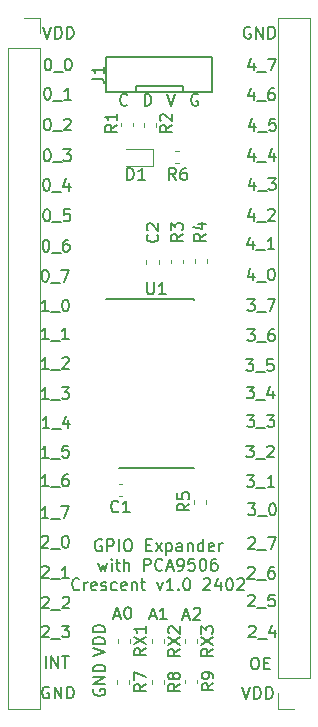
<source format=gto>
G04 #@! TF.GenerationSoftware,KiCad,Pcbnew,(5.1.2)-1*
G04 #@! TF.CreationDate,2024-04-02T23:27:51+09:00*
G04 #@! TF.ProjectId,gpio40,6770696f-3430-42e6-9b69-6361645f7063,v1.0*
G04 #@! TF.SameCoordinates,Original*
G04 #@! TF.FileFunction,Legend,Top*
G04 #@! TF.FilePolarity,Positive*
%FSLAX46Y46*%
G04 Gerber Fmt 4.6, Leading zero omitted, Abs format (unit mm)*
G04 Created by KiCad (PCBNEW (5.1.2)-1) date 2024-04-02 23:27:51*
%MOMM*%
%LPD*%
G04 APERTURE LIST*
%ADD10C,0.150000*%
%ADD11C,0.120000*%
%ADD12R,1.102000X0.387000*%
%ADD13C,0.100000*%
%ADD14C,0.977000*%
%ADD15O,1.802000X1.802000*%
%ADD16R,1.802000X1.802000*%
%ADD17O,1.626000X1.902000*%
G04 APERTURE END LIST*
D10*
X128494285Y-114020000D02*
X128399047Y-113972380D01*
X128256190Y-113972380D01*
X128113333Y-114020000D01*
X128018095Y-114115238D01*
X127970476Y-114210476D01*
X127922857Y-114400952D01*
X127922857Y-114543809D01*
X127970476Y-114734285D01*
X128018095Y-114829523D01*
X128113333Y-114924761D01*
X128256190Y-114972380D01*
X128351428Y-114972380D01*
X128494285Y-114924761D01*
X128541904Y-114877142D01*
X128541904Y-114543809D01*
X128351428Y-114543809D01*
X128970476Y-114972380D02*
X128970476Y-113972380D01*
X129351428Y-113972380D01*
X129446666Y-114020000D01*
X129494285Y-114067619D01*
X129541904Y-114162857D01*
X129541904Y-114305714D01*
X129494285Y-114400952D01*
X129446666Y-114448571D01*
X129351428Y-114496190D01*
X128970476Y-114496190D01*
X129970476Y-114972380D02*
X129970476Y-113972380D01*
X130637142Y-113972380D02*
X130827619Y-113972380D01*
X130922857Y-114020000D01*
X131018095Y-114115238D01*
X131065714Y-114305714D01*
X131065714Y-114639047D01*
X131018095Y-114829523D01*
X130922857Y-114924761D01*
X130827619Y-114972380D01*
X130637142Y-114972380D01*
X130541904Y-114924761D01*
X130446666Y-114829523D01*
X130399047Y-114639047D01*
X130399047Y-114305714D01*
X130446666Y-114115238D01*
X130541904Y-114020000D01*
X130637142Y-113972380D01*
X132256190Y-114448571D02*
X132589523Y-114448571D01*
X132732380Y-114972380D02*
X132256190Y-114972380D01*
X132256190Y-113972380D01*
X132732380Y-113972380D01*
X133065714Y-114972380D02*
X133589523Y-114305714D01*
X133065714Y-114305714D02*
X133589523Y-114972380D01*
X133970476Y-114305714D02*
X133970476Y-115305714D01*
X133970476Y-114353333D02*
X134065714Y-114305714D01*
X134256190Y-114305714D01*
X134351428Y-114353333D01*
X134399047Y-114400952D01*
X134446666Y-114496190D01*
X134446666Y-114781904D01*
X134399047Y-114877142D01*
X134351428Y-114924761D01*
X134256190Y-114972380D01*
X134065714Y-114972380D01*
X133970476Y-114924761D01*
X135303809Y-114972380D02*
X135303809Y-114448571D01*
X135256190Y-114353333D01*
X135160952Y-114305714D01*
X134970476Y-114305714D01*
X134875238Y-114353333D01*
X135303809Y-114924761D02*
X135208571Y-114972380D01*
X134970476Y-114972380D01*
X134875238Y-114924761D01*
X134827619Y-114829523D01*
X134827619Y-114734285D01*
X134875238Y-114639047D01*
X134970476Y-114591428D01*
X135208571Y-114591428D01*
X135303809Y-114543809D01*
X135780000Y-114305714D02*
X135780000Y-114972380D01*
X135780000Y-114400952D02*
X135827619Y-114353333D01*
X135922857Y-114305714D01*
X136065714Y-114305714D01*
X136160952Y-114353333D01*
X136208571Y-114448571D01*
X136208571Y-114972380D01*
X137113333Y-114972380D02*
X137113333Y-113972380D01*
X137113333Y-114924761D02*
X137018095Y-114972380D01*
X136827619Y-114972380D01*
X136732380Y-114924761D01*
X136684761Y-114877142D01*
X136637142Y-114781904D01*
X136637142Y-114496190D01*
X136684761Y-114400952D01*
X136732380Y-114353333D01*
X136827619Y-114305714D01*
X137018095Y-114305714D01*
X137113333Y-114353333D01*
X137970476Y-114924761D02*
X137875238Y-114972380D01*
X137684761Y-114972380D01*
X137589523Y-114924761D01*
X137541904Y-114829523D01*
X137541904Y-114448571D01*
X137589523Y-114353333D01*
X137684761Y-114305714D01*
X137875238Y-114305714D01*
X137970476Y-114353333D01*
X138018095Y-114448571D01*
X138018095Y-114543809D01*
X137541904Y-114639047D01*
X138446666Y-114972380D02*
X138446666Y-114305714D01*
X138446666Y-114496190D02*
X138494285Y-114400952D01*
X138541904Y-114353333D01*
X138637142Y-114305714D01*
X138732380Y-114305714D01*
X128208571Y-115955714D02*
X128399047Y-116622380D01*
X128589523Y-116146190D01*
X128780000Y-116622380D01*
X128970476Y-115955714D01*
X129351428Y-116622380D02*
X129351428Y-115955714D01*
X129351428Y-115622380D02*
X129303809Y-115670000D01*
X129351428Y-115717619D01*
X129399047Y-115670000D01*
X129351428Y-115622380D01*
X129351428Y-115717619D01*
X129684761Y-115955714D02*
X130065714Y-115955714D01*
X129827619Y-115622380D02*
X129827619Y-116479523D01*
X129875238Y-116574761D01*
X129970476Y-116622380D01*
X130065714Y-116622380D01*
X130399047Y-116622380D02*
X130399047Y-115622380D01*
X130827619Y-116622380D02*
X130827619Y-116098571D01*
X130780000Y-116003333D01*
X130684761Y-115955714D01*
X130541904Y-115955714D01*
X130446666Y-116003333D01*
X130399047Y-116050952D01*
X132065714Y-116622380D02*
X132065714Y-115622380D01*
X132446666Y-115622380D01*
X132541904Y-115670000D01*
X132589523Y-115717619D01*
X132637142Y-115812857D01*
X132637142Y-115955714D01*
X132589523Y-116050952D01*
X132541904Y-116098571D01*
X132446666Y-116146190D01*
X132065714Y-116146190D01*
X133637142Y-116527142D02*
X133589523Y-116574761D01*
X133446666Y-116622380D01*
X133351428Y-116622380D01*
X133208571Y-116574761D01*
X133113333Y-116479523D01*
X133065714Y-116384285D01*
X133018095Y-116193809D01*
X133018095Y-116050952D01*
X133065714Y-115860476D01*
X133113333Y-115765238D01*
X133208571Y-115670000D01*
X133351428Y-115622380D01*
X133446666Y-115622380D01*
X133589523Y-115670000D01*
X133637142Y-115717619D01*
X134018095Y-116336666D02*
X134494285Y-116336666D01*
X133922857Y-116622380D02*
X134256190Y-115622380D01*
X134589523Y-116622380D01*
X134970476Y-116622380D02*
X135160952Y-116622380D01*
X135256190Y-116574761D01*
X135303809Y-116527142D01*
X135399047Y-116384285D01*
X135446666Y-116193809D01*
X135446666Y-115812857D01*
X135399047Y-115717619D01*
X135351428Y-115670000D01*
X135256190Y-115622380D01*
X135065714Y-115622380D01*
X134970476Y-115670000D01*
X134922857Y-115717619D01*
X134875238Y-115812857D01*
X134875238Y-116050952D01*
X134922857Y-116146190D01*
X134970476Y-116193809D01*
X135065714Y-116241428D01*
X135256190Y-116241428D01*
X135351428Y-116193809D01*
X135399047Y-116146190D01*
X135446666Y-116050952D01*
X136351428Y-115622380D02*
X135875238Y-115622380D01*
X135827619Y-116098571D01*
X135875238Y-116050952D01*
X135970476Y-116003333D01*
X136208571Y-116003333D01*
X136303809Y-116050952D01*
X136351428Y-116098571D01*
X136399047Y-116193809D01*
X136399047Y-116431904D01*
X136351428Y-116527142D01*
X136303809Y-116574761D01*
X136208571Y-116622380D01*
X135970476Y-116622380D01*
X135875238Y-116574761D01*
X135827619Y-116527142D01*
X137018095Y-115622380D02*
X137113333Y-115622380D01*
X137208571Y-115670000D01*
X137256190Y-115717619D01*
X137303809Y-115812857D01*
X137351428Y-116003333D01*
X137351428Y-116241428D01*
X137303809Y-116431904D01*
X137256190Y-116527142D01*
X137208571Y-116574761D01*
X137113333Y-116622380D01*
X137018095Y-116622380D01*
X136922857Y-116574761D01*
X136875238Y-116527142D01*
X136827619Y-116431904D01*
X136780000Y-116241428D01*
X136780000Y-116003333D01*
X136827619Y-115812857D01*
X136875238Y-115717619D01*
X136922857Y-115670000D01*
X137018095Y-115622380D01*
X138208571Y-115622380D02*
X138018095Y-115622380D01*
X137922857Y-115670000D01*
X137875238Y-115717619D01*
X137780000Y-115860476D01*
X137732380Y-116050952D01*
X137732380Y-116431904D01*
X137780000Y-116527142D01*
X137827619Y-116574761D01*
X137922857Y-116622380D01*
X138113333Y-116622380D01*
X138208571Y-116574761D01*
X138256190Y-116527142D01*
X138303809Y-116431904D01*
X138303809Y-116193809D01*
X138256190Y-116098571D01*
X138208571Y-116050952D01*
X138113333Y-116003333D01*
X137922857Y-116003333D01*
X137827619Y-116050952D01*
X137780000Y-116098571D01*
X137732380Y-116193809D01*
X126613333Y-118177142D02*
X126565714Y-118224761D01*
X126422857Y-118272380D01*
X126327619Y-118272380D01*
X126184761Y-118224761D01*
X126089523Y-118129523D01*
X126041904Y-118034285D01*
X125994285Y-117843809D01*
X125994285Y-117700952D01*
X126041904Y-117510476D01*
X126089523Y-117415238D01*
X126184761Y-117320000D01*
X126327619Y-117272380D01*
X126422857Y-117272380D01*
X126565714Y-117320000D01*
X126613333Y-117367619D01*
X127041904Y-118272380D02*
X127041904Y-117605714D01*
X127041904Y-117796190D02*
X127089523Y-117700952D01*
X127137142Y-117653333D01*
X127232380Y-117605714D01*
X127327619Y-117605714D01*
X128041904Y-118224761D02*
X127946666Y-118272380D01*
X127756190Y-118272380D01*
X127660952Y-118224761D01*
X127613333Y-118129523D01*
X127613333Y-117748571D01*
X127660952Y-117653333D01*
X127756190Y-117605714D01*
X127946666Y-117605714D01*
X128041904Y-117653333D01*
X128089523Y-117748571D01*
X128089523Y-117843809D01*
X127613333Y-117939047D01*
X128470476Y-118224761D02*
X128565714Y-118272380D01*
X128756190Y-118272380D01*
X128851428Y-118224761D01*
X128899047Y-118129523D01*
X128899047Y-118081904D01*
X128851428Y-117986666D01*
X128756190Y-117939047D01*
X128613333Y-117939047D01*
X128518095Y-117891428D01*
X128470476Y-117796190D01*
X128470476Y-117748571D01*
X128518095Y-117653333D01*
X128613333Y-117605714D01*
X128756190Y-117605714D01*
X128851428Y-117653333D01*
X129756190Y-118224761D02*
X129660952Y-118272380D01*
X129470476Y-118272380D01*
X129375238Y-118224761D01*
X129327619Y-118177142D01*
X129280000Y-118081904D01*
X129280000Y-117796190D01*
X129327619Y-117700952D01*
X129375238Y-117653333D01*
X129470476Y-117605714D01*
X129660952Y-117605714D01*
X129756190Y-117653333D01*
X130565714Y-118224761D02*
X130470476Y-118272380D01*
X130280000Y-118272380D01*
X130184761Y-118224761D01*
X130137142Y-118129523D01*
X130137142Y-117748571D01*
X130184761Y-117653333D01*
X130280000Y-117605714D01*
X130470476Y-117605714D01*
X130565714Y-117653333D01*
X130613333Y-117748571D01*
X130613333Y-117843809D01*
X130137142Y-117939047D01*
X131041904Y-117605714D02*
X131041904Y-118272380D01*
X131041904Y-117700952D02*
X131089523Y-117653333D01*
X131184761Y-117605714D01*
X131327619Y-117605714D01*
X131422857Y-117653333D01*
X131470476Y-117748571D01*
X131470476Y-118272380D01*
X131803809Y-117605714D02*
X132184761Y-117605714D01*
X131946666Y-117272380D02*
X131946666Y-118129523D01*
X131994285Y-118224761D01*
X132089523Y-118272380D01*
X132184761Y-118272380D01*
X133184761Y-117605714D02*
X133422857Y-118272380D01*
X133660952Y-117605714D01*
X134565714Y-118272380D02*
X133994285Y-118272380D01*
X134280000Y-118272380D02*
X134280000Y-117272380D01*
X134184761Y-117415238D01*
X134089523Y-117510476D01*
X133994285Y-117558095D01*
X134994285Y-118177142D02*
X135041904Y-118224761D01*
X134994285Y-118272380D01*
X134946666Y-118224761D01*
X134994285Y-118177142D01*
X134994285Y-118272380D01*
X135660952Y-117272380D02*
X135756190Y-117272380D01*
X135851428Y-117320000D01*
X135899047Y-117367619D01*
X135946666Y-117462857D01*
X135994285Y-117653333D01*
X135994285Y-117891428D01*
X135946666Y-118081904D01*
X135899047Y-118177142D01*
X135851428Y-118224761D01*
X135756190Y-118272380D01*
X135660952Y-118272380D01*
X135565714Y-118224761D01*
X135518095Y-118177142D01*
X135470476Y-118081904D01*
X135422857Y-117891428D01*
X135422857Y-117653333D01*
X135470476Y-117462857D01*
X135518095Y-117367619D01*
X135565714Y-117320000D01*
X135660952Y-117272380D01*
X137137142Y-117367619D02*
X137184761Y-117320000D01*
X137280000Y-117272380D01*
X137518095Y-117272380D01*
X137613333Y-117320000D01*
X137660952Y-117367619D01*
X137708571Y-117462857D01*
X137708571Y-117558095D01*
X137660952Y-117700952D01*
X137089523Y-118272380D01*
X137708571Y-118272380D01*
X138565714Y-117605714D02*
X138565714Y-118272380D01*
X138327619Y-117224761D02*
X138089523Y-117939047D01*
X138708571Y-117939047D01*
X139280000Y-117272380D02*
X139375238Y-117272380D01*
X139470476Y-117320000D01*
X139518095Y-117367619D01*
X139565714Y-117462857D01*
X139613333Y-117653333D01*
X139613333Y-117891428D01*
X139565714Y-118081904D01*
X139518095Y-118177142D01*
X139470476Y-118224761D01*
X139375238Y-118272380D01*
X139280000Y-118272380D01*
X139184761Y-118224761D01*
X139137142Y-118177142D01*
X139089523Y-118081904D01*
X139041904Y-117891428D01*
X139041904Y-117653333D01*
X139089523Y-117462857D01*
X139137142Y-117367619D01*
X139184761Y-117320000D01*
X139280000Y-117272380D01*
X139994285Y-117367619D02*
X140041904Y-117320000D01*
X140137142Y-117272380D01*
X140375238Y-117272380D01*
X140470476Y-117320000D01*
X140518095Y-117367619D01*
X140565714Y-117462857D01*
X140565714Y-117558095D01*
X140518095Y-117700952D01*
X139946666Y-118272380D01*
X140565714Y-118272380D01*
X127850000Y-126661904D02*
X127802380Y-126757142D01*
X127802380Y-126900000D01*
X127850000Y-127042857D01*
X127945238Y-127138095D01*
X128040476Y-127185714D01*
X128230952Y-127233333D01*
X128373809Y-127233333D01*
X128564285Y-127185714D01*
X128659523Y-127138095D01*
X128754761Y-127042857D01*
X128802380Y-126900000D01*
X128802380Y-126804761D01*
X128754761Y-126661904D01*
X128707142Y-126614285D01*
X128373809Y-126614285D01*
X128373809Y-126804761D01*
X128802380Y-126185714D02*
X127802380Y-126185714D01*
X128802380Y-125614285D01*
X127802380Y-125614285D01*
X128802380Y-125138095D02*
X127802380Y-125138095D01*
X127802380Y-124900000D01*
X127850000Y-124757142D01*
X127945238Y-124661904D01*
X128040476Y-124614285D01*
X128230952Y-124566666D01*
X128373809Y-124566666D01*
X128564285Y-124614285D01*
X128659523Y-124661904D01*
X128754761Y-124757142D01*
X128802380Y-124900000D01*
X128802380Y-125138095D01*
X127752380Y-123813333D02*
X128752380Y-123480000D01*
X127752380Y-123146666D01*
X128752380Y-122813333D02*
X127752380Y-122813333D01*
X127752380Y-122575238D01*
X127800000Y-122432380D01*
X127895238Y-122337142D01*
X127990476Y-122289523D01*
X128180952Y-122241904D01*
X128323809Y-122241904D01*
X128514285Y-122289523D01*
X128609523Y-122337142D01*
X128704761Y-122432380D01*
X128752380Y-122575238D01*
X128752380Y-122813333D01*
X128752380Y-121813333D02*
X127752380Y-121813333D01*
X127752380Y-121575238D01*
X127800000Y-121432380D01*
X127895238Y-121337142D01*
X127990476Y-121289523D01*
X128180952Y-121241904D01*
X128323809Y-121241904D01*
X128514285Y-121289523D01*
X128609523Y-121337142D01*
X128704761Y-121432380D01*
X128752380Y-121575238D01*
X128752380Y-121813333D01*
X135425714Y-120476666D02*
X135901904Y-120476666D01*
X135330476Y-120762380D02*
X135663809Y-119762380D01*
X135997142Y-120762380D01*
X136282857Y-119857619D02*
X136330476Y-119810000D01*
X136425714Y-119762380D01*
X136663809Y-119762380D01*
X136759047Y-119810000D01*
X136806666Y-119857619D01*
X136854285Y-119952857D01*
X136854285Y-120048095D01*
X136806666Y-120190952D01*
X136235238Y-120762380D01*
X136854285Y-120762380D01*
X132585714Y-120456666D02*
X133061904Y-120456666D01*
X132490476Y-120742380D02*
X132823809Y-119742380D01*
X133157142Y-120742380D01*
X134014285Y-120742380D02*
X133442857Y-120742380D01*
X133728571Y-120742380D02*
X133728571Y-119742380D01*
X133633333Y-119885238D01*
X133538095Y-119980476D01*
X133442857Y-120028095D01*
X129565714Y-120426666D02*
X130041904Y-120426666D01*
X129470476Y-120712380D02*
X129803809Y-119712380D01*
X130137142Y-120712380D01*
X130660952Y-119712380D02*
X130756190Y-119712380D01*
X130851428Y-119760000D01*
X130899047Y-119807619D01*
X130946666Y-119902857D01*
X130994285Y-120093333D01*
X130994285Y-120331428D01*
X130946666Y-120521904D01*
X130899047Y-120617142D01*
X130851428Y-120664761D01*
X130756190Y-120712380D01*
X130660952Y-120712380D01*
X130565714Y-120664761D01*
X130518095Y-120617142D01*
X130470476Y-120521904D01*
X130422857Y-120331428D01*
X130422857Y-120093333D01*
X130470476Y-119902857D01*
X130518095Y-119807619D01*
X130565714Y-119760000D01*
X130660952Y-119712380D01*
X140957142Y-121367619D02*
X141004761Y-121320000D01*
X141100000Y-121272380D01*
X141338095Y-121272380D01*
X141433333Y-121320000D01*
X141480952Y-121367619D01*
X141528571Y-121462857D01*
X141528571Y-121558095D01*
X141480952Y-121700952D01*
X140909523Y-122272380D01*
X141528571Y-122272380D01*
X141719047Y-122367619D02*
X142480952Y-122367619D01*
X143147619Y-121605714D02*
X143147619Y-122272380D01*
X142909523Y-121224761D02*
X142671428Y-121939047D01*
X143290476Y-121939047D01*
X140897142Y-118747619D02*
X140944761Y-118700000D01*
X141040000Y-118652380D01*
X141278095Y-118652380D01*
X141373333Y-118700000D01*
X141420952Y-118747619D01*
X141468571Y-118842857D01*
X141468571Y-118938095D01*
X141420952Y-119080952D01*
X140849523Y-119652380D01*
X141468571Y-119652380D01*
X141659047Y-119747619D02*
X142420952Y-119747619D01*
X143135238Y-118652380D02*
X142659047Y-118652380D01*
X142611428Y-119128571D01*
X142659047Y-119080952D01*
X142754285Y-119033333D01*
X142992380Y-119033333D01*
X143087619Y-119080952D01*
X143135238Y-119128571D01*
X143182857Y-119223809D01*
X143182857Y-119461904D01*
X143135238Y-119557142D01*
X143087619Y-119604761D01*
X142992380Y-119652380D01*
X142754285Y-119652380D01*
X142659047Y-119604761D01*
X142611428Y-119557142D01*
X140877142Y-116397619D02*
X140924761Y-116350000D01*
X141020000Y-116302380D01*
X141258095Y-116302380D01*
X141353333Y-116350000D01*
X141400952Y-116397619D01*
X141448571Y-116492857D01*
X141448571Y-116588095D01*
X141400952Y-116730952D01*
X140829523Y-117302380D01*
X141448571Y-117302380D01*
X141639047Y-117397619D02*
X142400952Y-117397619D01*
X143067619Y-116302380D02*
X142877142Y-116302380D01*
X142781904Y-116350000D01*
X142734285Y-116397619D01*
X142639047Y-116540476D01*
X142591428Y-116730952D01*
X142591428Y-117111904D01*
X142639047Y-117207142D01*
X142686666Y-117254761D01*
X142781904Y-117302380D01*
X142972380Y-117302380D01*
X143067619Y-117254761D01*
X143115238Y-117207142D01*
X143162857Y-117111904D01*
X143162857Y-116873809D01*
X143115238Y-116778571D01*
X143067619Y-116730952D01*
X142972380Y-116683333D01*
X142781904Y-116683333D01*
X142686666Y-116730952D01*
X142639047Y-116778571D01*
X142591428Y-116873809D01*
X140917142Y-113867619D02*
X140964761Y-113820000D01*
X141060000Y-113772380D01*
X141298095Y-113772380D01*
X141393333Y-113820000D01*
X141440952Y-113867619D01*
X141488571Y-113962857D01*
X141488571Y-114058095D01*
X141440952Y-114200952D01*
X140869523Y-114772380D01*
X141488571Y-114772380D01*
X141679047Y-114867619D02*
X142440952Y-114867619D01*
X142583809Y-113772380D02*
X143250476Y-113772380D01*
X142821904Y-114772380D01*
X140899523Y-110932380D02*
X141518571Y-110932380D01*
X141185238Y-111313333D01*
X141328095Y-111313333D01*
X141423333Y-111360952D01*
X141470952Y-111408571D01*
X141518571Y-111503809D01*
X141518571Y-111741904D01*
X141470952Y-111837142D01*
X141423333Y-111884761D01*
X141328095Y-111932380D01*
X141042380Y-111932380D01*
X140947142Y-111884761D01*
X140899523Y-111837142D01*
X141709047Y-112027619D02*
X142470952Y-112027619D01*
X142899523Y-110932380D02*
X142994761Y-110932380D01*
X143090000Y-110980000D01*
X143137619Y-111027619D01*
X143185238Y-111122857D01*
X143232857Y-111313333D01*
X143232857Y-111551428D01*
X143185238Y-111741904D01*
X143137619Y-111837142D01*
X143090000Y-111884761D01*
X142994761Y-111932380D01*
X142899523Y-111932380D01*
X142804285Y-111884761D01*
X142756666Y-111837142D01*
X142709047Y-111741904D01*
X142661428Y-111551428D01*
X142661428Y-111313333D01*
X142709047Y-111122857D01*
X142756666Y-111027619D01*
X142804285Y-110980000D01*
X142899523Y-110932380D01*
X140779523Y-108522380D02*
X141398571Y-108522380D01*
X141065238Y-108903333D01*
X141208095Y-108903333D01*
X141303333Y-108950952D01*
X141350952Y-108998571D01*
X141398571Y-109093809D01*
X141398571Y-109331904D01*
X141350952Y-109427142D01*
X141303333Y-109474761D01*
X141208095Y-109522380D01*
X140922380Y-109522380D01*
X140827142Y-109474761D01*
X140779523Y-109427142D01*
X141589047Y-109617619D02*
X142350952Y-109617619D01*
X143112857Y-109522380D02*
X142541428Y-109522380D01*
X142827142Y-109522380D02*
X142827142Y-108522380D01*
X142731904Y-108665238D01*
X142636666Y-108760476D01*
X142541428Y-108808095D01*
X140739523Y-106032380D02*
X141358571Y-106032380D01*
X141025238Y-106413333D01*
X141168095Y-106413333D01*
X141263333Y-106460952D01*
X141310952Y-106508571D01*
X141358571Y-106603809D01*
X141358571Y-106841904D01*
X141310952Y-106937142D01*
X141263333Y-106984761D01*
X141168095Y-107032380D01*
X140882380Y-107032380D01*
X140787142Y-106984761D01*
X140739523Y-106937142D01*
X141549047Y-107127619D02*
X142310952Y-107127619D01*
X142501428Y-106127619D02*
X142549047Y-106080000D01*
X142644285Y-106032380D01*
X142882380Y-106032380D01*
X142977619Y-106080000D01*
X143025238Y-106127619D01*
X143072857Y-106222857D01*
X143072857Y-106318095D01*
X143025238Y-106460952D01*
X142453809Y-107032380D01*
X143072857Y-107032380D01*
X140789523Y-103452380D02*
X141408571Y-103452380D01*
X141075238Y-103833333D01*
X141218095Y-103833333D01*
X141313333Y-103880952D01*
X141360952Y-103928571D01*
X141408571Y-104023809D01*
X141408571Y-104261904D01*
X141360952Y-104357142D01*
X141313333Y-104404761D01*
X141218095Y-104452380D01*
X140932380Y-104452380D01*
X140837142Y-104404761D01*
X140789523Y-104357142D01*
X141599047Y-104547619D02*
X142360952Y-104547619D01*
X142503809Y-103452380D02*
X143122857Y-103452380D01*
X142789523Y-103833333D01*
X142932380Y-103833333D01*
X143027619Y-103880952D01*
X143075238Y-103928571D01*
X143122857Y-104023809D01*
X143122857Y-104261904D01*
X143075238Y-104357142D01*
X143027619Y-104404761D01*
X142932380Y-104452380D01*
X142646666Y-104452380D01*
X142551428Y-104404761D01*
X142503809Y-104357142D01*
X140759523Y-101042380D02*
X141378571Y-101042380D01*
X141045238Y-101423333D01*
X141188095Y-101423333D01*
X141283333Y-101470952D01*
X141330952Y-101518571D01*
X141378571Y-101613809D01*
X141378571Y-101851904D01*
X141330952Y-101947142D01*
X141283333Y-101994761D01*
X141188095Y-102042380D01*
X140902380Y-102042380D01*
X140807142Y-101994761D01*
X140759523Y-101947142D01*
X141569047Y-102137619D02*
X142330952Y-102137619D01*
X142997619Y-101375714D02*
X142997619Y-102042380D01*
X142759523Y-100994761D02*
X142521428Y-101709047D01*
X143140476Y-101709047D01*
X140719523Y-98712380D02*
X141338571Y-98712380D01*
X141005238Y-99093333D01*
X141148095Y-99093333D01*
X141243333Y-99140952D01*
X141290952Y-99188571D01*
X141338571Y-99283809D01*
X141338571Y-99521904D01*
X141290952Y-99617142D01*
X141243333Y-99664761D01*
X141148095Y-99712380D01*
X140862380Y-99712380D01*
X140767142Y-99664761D01*
X140719523Y-99617142D01*
X141529047Y-99807619D02*
X142290952Y-99807619D01*
X143005238Y-98712380D02*
X142529047Y-98712380D01*
X142481428Y-99188571D01*
X142529047Y-99140952D01*
X142624285Y-99093333D01*
X142862380Y-99093333D01*
X142957619Y-99140952D01*
X143005238Y-99188571D01*
X143052857Y-99283809D01*
X143052857Y-99521904D01*
X143005238Y-99617142D01*
X142957619Y-99664761D01*
X142862380Y-99712380D01*
X142624285Y-99712380D01*
X142529047Y-99664761D01*
X142481428Y-99617142D01*
X140829523Y-96172380D02*
X141448571Y-96172380D01*
X141115238Y-96553333D01*
X141258095Y-96553333D01*
X141353333Y-96600952D01*
X141400952Y-96648571D01*
X141448571Y-96743809D01*
X141448571Y-96981904D01*
X141400952Y-97077142D01*
X141353333Y-97124761D01*
X141258095Y-97172380D01*
X140972380Y-97172380D01*
X140877142Y-97124761D01*
X140829523Y-97077142D01*
X141639047Y-97267619D02*
X142400952Y-97267619D01*
X143067619Y-96172380D02*
X142877142Y-96172380D01*
X142781904Y-96220000D01*
X142734285Y-96267619D01*
X142639047Y-96410476D01*
X142591428Y-96600952D01*
X142591428Y-96981904D01*
X142639047Y-97077142D01*
X142686666Y-97124761D01*
X142781904Y-97172380D01*
X142972380Y-97172380D01*
X143067619Y-97124761D01*
X143115238Y-97077142D01*
X143162857Y-96981904D01*
X143162857Y-96743809D01*
X143115238Y-96648571D01*
X143067619Y-96600952D01*
X142972380Y-96553333D01*
X142781904Y-96553333D01*
X142686666Y-96600952D01*
X142639047Y-96648571D01*
X142591428Y-96743809D01*
X140829523Y-93622380D02*
X141448571Y-93622380D01*
X141115238Y-94003333D01*
X141258095Y-94003333D01*
X141353333Y-94050952D01*
X141400952Y-94098571D01*
X141448571Y-94193809D01*
X141448571Y-94431904D01*
X141400952Y-94527142D01*
X141353333Y-94574761D01*
X141258095Y-94622380D01*
X140972380Y-94622380D01*
X140877142Y-94574761D01*
X140829523Y-94527142D01*
X141639047Y-94717619D02*
X142400952Y-94717619D01*
X142543809Y-93622380D02*
X143210476Y-93622380D01*
X142781904Y-94622380D01*
X141333333Y-91385714D02*
X141333333Y-92052380D01*
X141095238Y-91004761D02*
X140857142Y-91719047D01*
X141476190Y-91719047D01*
X141619047Y-92147619D02*
X142380952Y-92147619D01*
X142809523Y-91052380D02*
X142904761Y-91052380D01*
X143000000Y-91100000D01*
X143047619Y-91147619D01*
X143095238Y-91242857D01*
X143142857Y-91433333D01*
X143142857Y-91671428D01*
X143095238Y-91861904D01*
X143047619Y-91957142D01*
X143000000Y-92004761D01*
X142904761Y-92052380D01*
X142809523Y-92052380D01*
X142714285Y-92004761D01*
X142666666Y-91957142D01*
X142619047Y-91861904D01*
X142571428Y-91671428D01*
X142571428Y-91433333D01*
X142619047Y-91242857D01*
X142666666Y-91147619D01*
X142714285Y-91100000D01*
X142809523Y-91052380D01*
X141313333Y-88735714D02*
X141313333Y-89402380D01*
X141075238Y-88354761D02*
X140837142Y-89069047D01*
X141456190Y-89069047D01*
X141599047Y-89497619D02*
X142360952Y-89497619D01*
X143122857Y-89402380D02*
X142551428Y-89402380D01*
X142837142Y-89402380D02*
X142837142Y-88402380D01*
X142741904Y-88545238D01*
X142646666Y-88640476D01*
X142551428Y-88688095D01*
X141363333Y-86325714D02*
X141363333Y-86992380D01*
X141125238Y-85944761D02*
X140887142Y-86659047D01*
X141506190Y-86659047D01*
X141649047Y-87087619D02*
X142410952Y-87087619D01*
X142601428Y-86087619D02*
X142649047Y-86040000D01*
X142744285Y-85992380D01*
X142982380Y-85992380D01*
X143077619Y-86040000D01*
X143125238Y-86087619D01*
X143172857Y-86182857D01*
X143172857Y-86278095D01*
X143125238Y-86420952D01*
X142553809Y-86992380D01*
X143172857Y-86992380D01*
X141413333Y-83715714D02*
X141413333Y-84382380D01*
X141175238Y-83334761D02*
X140937142Y-84049047D01*
X141556190Y-84049047D01*
X141699047Y-84477619D02*
X142460952Y-84477619D01*
X142603809Y-83382380D02*
X143222857Y-83382380D01*
X142889523Y-83763333D01*
X143032380Y-83763333D01*
X143127619Y-83810952D01*
X143175238Y-83858571D01*
X143222857Y-83953809D01*
X143222857Y-84191904D01*
X143175238Y-84287142D01*
X143127619Y-84334761D01*
X143032380Y-84382380D01*
X142746666Y-84382380D01*
X142651428Y-84334761D01*
X142603809Y-84287142D01*
X141403333Y-81255714D02*
X141403333Y-81922380D01*
X141165238Y-80874761D02*
X140927142Y-81589047D01*
X141546190Y-81589047D01*
X141689047Y-82017619D02*
X142450952Y-82017619D01*
X143117619Y-81255714D02*
X143117619Y-81922380D01*
X142879523Y-80874761D02*
X142641428Y-81589047D01*
X143260476Y-81589047D01*
X141433333Y-78705714D02*
X141433333Y-79372380D01*
X141195238Y-78324761D02*
X140957142Y-79039047D01*
X141576190Y-79039047D01*
X141719047Y-79467619D02*
X142480952Y-79467619D01*
X143195238Y-78372380D02*
X142719047Y-78372380D01*
X142671428Y-78848571D01*
X142719047Y-78800952D01*
X142814285Y-78753333D01*
X143052380Y-78753333D01*
X143147619Y-78800952D01*
X143195238Y-78848571D01*
X143242857Y-78943809D01*
X143242857Y-79181904D01*
X143195238Y-79277142D01*
X143147619Y-79324761D01*
X143052380Y-79372380D01*
X142814285Y-79372380D01*
X142719047Y-79324761D01*
X142671428Y-79277142D01*
X141353333Y-76115714D02*
X141353333Y-76782380D01*
X141115238Y-75734761D02*
X140877142Y-76449047D01*
X141496190Y-76449047D01*
X141639047Y-76877619D02*
X142400952Y-76877619D01*
X143067619Y-75782380D02*
X142877142Y-75782380D01*
X142781904Y-75830000D01*
X142734285Y-75877619D01*
X142639047Y-76020476D01*
X142591428Y-76210952D01*
X142591428Y-76591904D01*
X142639047Y-76687142D01*
X142686666Y-76734761D01*
X142781904Y-76782380D01*
X142972380Y-76782380D01*
X143067619Y-76734761D01*
X143115238Y-76687142D01*
X143162857Y-76591904D01*
X143162857Y-76353809D01*
X143115238Y-76258571D01*
X143067619Y-76210952D01*
X142972380Y-76163333D01*
X142781904Y-76163333D01*
X142686666Y-76210952D01*
X142639047Y-76258571D01*
X142591428Y-76353809D01*
X141383333Y-73605714D02*
X141383333Y-74272380D01*
X141145238Y-73224761D02*
X140907142Y-73939047D01*
X141526190Y-73939047D01*
X141669047Y-74367619D02*
X142430952Y-74367619D01*
X142573809Y-73272380D02*
X143240476Y-73272380D01*
X142811904Y-74272380D01*
X141088095Y-70620000D02*
X140992857Y-70572380D01*
X140850000Y-70572380D01*
X140707142Y-70620000D01*
X140611904Y-70715238D01*
X140564285Y-70810476D01*
X140516666Y-71000952D01*
X140516666Y-71143809D01*
X140564285Y-71334285D01*
X140611904Y-71429523D01*
X140707142Y-71524761D01*
X140850000Y-71572380D01*
X140945238Y-71572380D01*
X141088095Y-71524761D01*
X141135714Y-71477142D01*
X141135714Y-71143809D01*
X140945238Y-71143809D01*
X141564285Y-71572380D02*
X141564285Y-70572380D01*
X142135714Y-71572380D01*
X142135714Y-70572380D01*
X142611904Y-71572380D02*
X142611904Y-70572380D01*
X142850000Y-70572380D01*
X142992857Y-70620000D01*
X143088095Y-70715238D01*
X143135714Y-70810476D01*
X143183333Y-71000952D01*
X143183333Y-71143809D01*
X143135714Y-71334285D01*
X143088095Y-71429523D01*
X142992857Y-71524761D01*
X142850000Y-71572380D01*
X142611904Y-71572380D01*
X141392380Y-123982380D02*
X141582857Y-123982380D01*
X141678095Y-124030000D01*
X141773333Y-124125238D01*
X141820952Y-124315714D01*
X141820952Y-124649047D01*
X141773333Y-124839523D01*
X141678095Y-124934761D01*
X141582857Y-124982380D01*
X141392380Y-124982380D01*
X141297142Y-124934761D01*
X141201904Y-124839523D01*
X141154285Y-124649047D01*
X141154285Y-124315714D01*
X141201904Y-124125238D01*
X141297142Y-124030000D01*
X141392380Y-123982380D01*
X142249523Y-124458571D02*
X142582857Y-124458571D01*
X142725714Y-124982380D02*
X142249523Y-124982380D01*
X142249523Y-123982380D01*
X142725714Y-123982380D01*
X140416666Y-126462380D02*
X140750000Y-127462380D01*
X141083333Y-126462380D01*
X141416666Y-127462380D02*
X141416666Y-126462380D01*
X141654761Y-126462380D01*
X141797619Y-126510000D01*
X141892857Y-126605238D01*
X141940476Y-126700476D01*
X141988095Y-126890952D01*
X141988095Y-127033809D01*
X141940476Y-127224285D01*
X141892857Y-127319523D01*
X141797619Y-127414761D01*
X141654761Y-127462380D01*
X141416666Y-127462380D01*
X142416666Y-127462380D02*
X142416666Y-126462380D01*
X142654761Y-126462380D01*
X142797619Y-126510000D01*
X142892857Y-126605238D01*
X142940476Y-126700476D01*
X142988095Y-126890952D01*
X142988095Y-127033809D01*
X142940476Y-127224285D01*
X142892857Y-127319523D01*
X142797619Y-127414761D01*
X142654761Y-127462380D01*
X142416666Y-127462380D01*
X124028095Y-126490000D02*
X123932857Y-126442380D01*
X123790000Y-126442380D01*
X123647142Y-126490000D01*
X123551904Y-126585238D01*
X123504285Y-126680476D01*
X123456666Y-126870952D01*
X123456666Y-127013809D01*
X123504285Y-127204285D01*
X123551904Y-127299523D01*
X123647142Y-127394761D01*
X123790000Y-127442380D01*
X123885238Y-127442380D01*
X124028095Y-127394761D01*
X124075714Y-127347142D01*
X124075714Y-127013809D01*
X123885238Y-127013809D01*
X124504285Y-127442380D02*
X124504285Y-126442380D01*
X125075714Y-127442380D01*
X125075714Y-126442380D01*
X125551904Y-127442380D02*
X125551904Y-126442380D01*
X125790000Y-126442380D01*
X125932857Y-126490000D01*
X126028095Y-126585238D01*
X126075714Y-126680476D01*
X126123333Y-126870952D01*
X126123333Y-127013809D01*
X126075714Y-127204285D01*
X126028095Y-127299523D01*
X125932857Y-127394761D01*
X125790000Y-127442380D01*
X125551904Y-127442380D01*
X123755238Y-124872380D02*
X123755238Y-123872380D01*
X124231428Y-124872380D02*
X124231428Y-123872380D01*
X124802857Y-124872380D01*
X124802857Y-123872380D01*
X125136190Y-123872380D02*
X125707619Y-123872380D01*
X125421904Y-124872380D02*
X125421904Y-123872380D01*
X123467142Y-121367619D02*
X123514761Y-121320000D01*
X123610000Y-121272380D01*
X123848095Y-121272380D01*
X123943333Y-121320000D01*
X123990952Y-121367619D01*
X124038571Y-121462857D01*
X124038571Y-121558095D01*
X123990952Y-121700952D01*
X123419523Y-122272380D01*
X124038571Y-122272380D01*
X124229047Y-122367619D02*
X124990952Y-122367619D01*
X125133809Y-121272380D02*
X125752857Y-121272380D01*
X125419523Y-121653333D01*
X125562380Y-121653333D01*
X125657619Y-121700952D01*
X125705238Y-121748571D01*
X125752857Y-121843809D01*
X125752857Y-122081904D01*
X125705238Y-122177142D01*
X125657619Y-122224761D01*
X125562380Y-122272380D01*
X125276666Y-122272380D01*
X125181428Y-122224761D01*
X125133809Y-122177142D01*
X123467142Y-118917619D02*
X123514761Y-118870000D01*
X123610000Y-118822380D01*
X123848095Y-118822380D01*
X123943333Y-118870000D01*
X123990952Y-118917619D01*
X124038571Y-119012857D01*
X124038571Y-119108095D01*
X123990952Y-119250952D01*
X123419523Y-119822380D01*
X124038571Y-119822380D01*
X124229047Y-119917619D02*
X124990952Y-119917619D01*
X125181428Y-118917619D02*
X125229047Y-118870000D01*
X125324285Y-118822380D01*
X125562380Y-118822380D01*
X125657619Y-118870000D01*
X125705238Y-118917619D01*
X125752857Y-119012857D01*
X125752857Y-119108095D01*
X125705238Y-119250952D01*
X125133809Y-119822380D01*
X125752857Y-119822380D01*
X123427142Y-116337619D02*
X123474761Y-116290000D01*
X123570000Y-116242380D01*
X123808095Y-116242380D01*
X123903333Y-116290000D01*
X123950952Y-116337619D01*
X123998571Y-116432857D01*
X123998571Y-116528095D01*
X123950952Y-116670952D01*
X123379523Y-117242380D01*
X123998571Y-117242380D01*
X124189047Y-117337619D02*
X124950952Y-117337619D01*
X125712857Y-117242380D02*
X125141428Y-117242380D01*
X125427142Y-117242380D02*
X125427142Y-116242380D01*
X125331904Y-116385238D01*
X125236666Y-116480476D01*
X125141428Y-116528095D01*
X123417142Y-113767619D02*
X123464761Y-113720000D01*
X123560000Y-113672380D01*
X123798095Y-113672380D01*
X123893333Y-113720000D01*
X123940952Y-113767619D01*
X123988571Y-113862857D01*
X123988571Y-113958095D01*
X123940952Y-114100952D01*
X123369523Y-114672380D01*
X123988571Y-114672380D01*
X124179047Y-114767619D02*
X124940952Y-114767619D01*
X125369523Y-113672380D02*
X125464761Y-113672380D01*
X125560000Y-113720000D01*
X125607619Y-113767619D01*
X125655238Y-113862857D01*
X125702857Y-114053333D01*
X125702857Y-114291428D01*
X125655238Y-114481904D01*
X125607619Y-114577142D01*
X125560000Y-114624761D01*
X125464761Y-114672380D01*
X125369523Y-114672380D01*
X125274285Y-114624761D01*
X125226666Y-114577142D01*
X125179047Y-114481904D01*
X125131428Y-114291428D01*
X125131428Y-114053333D01*
X125179047Y-113862857D01*
X125226666Y-113767619D01*
X125274285Y-113720000D01*
X125369523Y-113672380D01*
X123988571Y-112162380D02*
X123417142Y-112162380D01*
X123702857Y-112162380D02*
X123702857Y-111162380D01*
X123607619Y-111305238D01*
X123512380Y-111400476D01*
X123417142Y-111448095D01*
X124179047Y-112257619D02*
X124940952Y-112257619D01*
X125083809Y-111162380D02*
X125750476Y-111162380D01*
X125321904Y-112162380D01*
X124018571Y-109472380D02*
X123447142Y-109472380D01*
X123732857Y-109472380D02*
X123732857Y-108472380D01*
X123637619Y-108615238D01*
X123542380Y-108710476D01*
X123447142Y-108758095D01*
X124209047Y-109567619D02*
X124970952Y-109567619D01*
X125637619Y-108472380D02*
X125447142Y-108472380D01*
X125351904Y-108520000D01*
X125304285Y-108567619D01*
X125209047Y-108710476D01*
X125161428Y-108900952D01*
X125161428Y-109281904D01*
X125209047Y-109377142D01*
X125256666Y-109424761D01*
X125351904Y-109472380D01*
X125542380Y-109472380D01*
X125637619Y-109424761D01*
X125685238Y-109377142D01*
X125732857Y-109281904D01*
X125732857Y-109043809D01*
X125685238Y-108948571D01*
X125637619Y-108900952D01*
X125542380Y-108853333D01*
X125351904Y-108853333D01*
X125256666Y-108900952D01*
X125209047Y-108948571D01*
X125161428Y-109043809D01*
X124008571Y-107042380D02*
X123437142Y-107042380D01*
X123722857Y-107042380D02*
X123722857Y-106042380D01*
X123627619Y-106185238D01*
X123532380Y-106280476D01*
X123437142Y-106328095D01*
X124199047Y-107137619D02*
X124960952Y-107137619D01*
X125675238Y-106042380D02*
X125199047Y-106042380D01*
X125151428Y-106518571D01*
X125199047Y-106470952D01*
X125294285Y-106423333D01*
X125532380Y-106423333D01*
X125627619Y-106470952D01*
X125675238Y-106518571D01*
X125722857Y-106613809D01*
X125722857Y-106851904D01*
X125675238Y-106947142D01*
X125627619Y-106994761D01*
X125532380Y-107042380D01*
X125294285Y-107042380D01*
X125199047Y-106994761D01*
X125151428Y-106947142D01*
X124058571Y-104552380D02*
X123487142Y-104552380D01*
X123772857Y-104552380D02*
X123772857Y-103552380D01*
X123677619Y-103695238D01*
X123582380Y-103790476D01*
X123487142Y-103838095D01*
X124249047Y-104647619D02*
X125010952Y-104647619D01*
X125677619Y-103885714D02*
X125677619Y-104552380D01*
X125439523Y-103504761D02*
X125201428Y-104219047D01*
X125820476Y-104219047D01*
X124008571Y-102082380D02*
X123437142Y-102082380D01*
X123722857Y-102082380D02*
X123722857Y-101082380D01*
X123627619Y-101225238D01*
X123532380Y-101320476D01*
X123437142Y-101368095D01*
X124199047Y-102177619D02*
X124960952Y-102177619D01*
X125103809Y-101082380D02*
X125722857Y-101082380D01*
X125389523Y-101463333D01*
X125532380Y-101463333D01*
X125627619Y-101510952D01*
X125675238Y-101558571D01*
X125722857Y-101653809D01*
X125722857Y-101891904D01*
X125675238Y-101987142D01*
X125627619Y-102034761D01*
X125532380Y-102082380D01*
X125246666Y-102082380D01*
X125151428Y-102034761D01*
X125103809Y-101987142D01*
X124018571Y-99542380D02*
X123447142Y-99542380D01*
X123732857Y-99542380D02*
X123732857Y-98542380D01*
X123637619Y-98685238D01*
X123542380Y-98780476D01*
X123447142Y-98828095D01*
X124209047Y-99637619D02*
X124970952Y-99637619D01*
X125161428Y-98637619D02*
X125209047Y-98590000D01*
X125304285Y-98542380D01*
X125542380Y-98542380D01*
X125637619Y-98590000D01*
X125685238Y-98637619D01*
X125732857Y-98732857D01*
X125732857Y-98828095D01*
X125685238Y-98970952D01*
X125113809Y-99542380D01*
X125732857Y-99542380D01*
X123998571Y-97042380D02*
X123427142Y-97042380D01*
X123712857Y-97042380D02*
X123712857Y-96042380D01*
X123617619Y-96185238D01*
X123522380Y-96280476D01*
X123427142Y-96328095D01*
X124189047Y-97137619D02*
X124950952Y-97137619D01*
X125712857Y-97042380D02*
X125141428Y-97042380D01*
X125427142Y-97042380D02*
X125427142Y-96042380D01*
X125331904Y-96185238D01*
X125236666Y-96280476D01*
X125141428Y-96328095D01*
X124008571Y-94662380D02*
X123437142Y-94662380D01*
X123722857Y-94662380D02*
X123722857Y-93662380D01*
X123627619Y-93805238D01*
X123532380Y-93900476D01*
X123437142Y-93948095D01*
X124199047Y-94757619D02*
X124960952Y-94757619D01*
X125389523Y-93662380D02*
X125484761Y-93662380D01*
X125580000Y-93710000D01*
X125627619Y-93757619D01*
X125675238Y-93852857D01*
X125722857Y-94043333D01*
X125722857Y-94281428D01*
X125675238Y-94471904D01*
X125627619Y-94567142D01*
X125580000Y-94614761D01*
X125484761Y-94662380D01*
X125389523Y-94662380D01*
X125294285Y-94614761D01*
X125246666Y-94567142D01*
X125199047Y-94471904D01*
X125151428Y-94281428D01*
X125151428Y-94043333D01*
X125199047Y-93852857D01*
X125246666Y-93757619D01*
X125294285Y-93710000D01*
X125389523Y-93662380D01*
X123665238Y-91152380D02*
X123760476Y-91152380D01*
X123855714Y-91200000D01*
X123903333Y-91247619D01*
X123950952Y-91342857D01*
X123998571Y-91533333D01*
X123998571Y-91771428D01*
X123950952Y-91961904D01*
X123903333Y-92057142D01*
X123855714Y-92104761D01*
X123760476Y-92152380D01*
X123665238Y-92152380D01*
X123570000Y-92104761D01*
X123522380Y-92057142D01*
X123474761Y-91961904D01*
X123427142Y-91771428D01*
X123427142Y-91533333D01*
X123474761Y-91342857D01*
X123522380Y-91247619D01*
X123570000Y-91200000D01*
X123665238Y-91152380D01*
X124189047Y-92247619D02*
X124950952Y-92247619D01*
X125093809Y-91152380D02*
X125760476Y-91152380D01*
X125331904Y-92152380D01*
X123735238Y-88602380D02*
X123830476Y-88602380D01*
X123925714Y-88650000D01*
X123973333Y-88697619D01*
X124020952Y-88792857D01*
X124068571Y-88983333D01*
X124068571Y-89221428D01*
X124020952Y-89411904D01*
X123973333Y-89507142D01*
X123925714Y-89554761D01*
X123830476Y-89602380D01*
X123735238Y-89602380D01*
X123640000Y-89554761D01*
X123592380Y-89507142D01*
X123544761Y-89411904D01*
X123497142Y-89221428D01*
X123497142Y-88983333D01*
X123544761Y-88792857D01*
X123592380Y-88697619D01*
X123640000Y-88650000D01*
X123735238Y-88602380D01*
X124259047Y-89697619D02*
X125020952Y-89697619D01*
X125687619Y-88602380D02*
X125497142Y-88602380D01*
X125401904Y-88650000D01*
X125354285Y-88697619D01*
X125259047Y-88840476D01*
X125211428Y-89030952D01*
X125211428Y-89411904D01*
X125259047Y-89507142D01*
X125306666Y-89554761D01*
X125401904Y-89602380D01*
X125592380Y-89602380D01*
X125687619Y-89554761D01*
X125735238Y-89507142D01*
X125782857Y-89411904D01*
X125782857Y-89173809D01*
X125735238Y-89078571D01*
X125687619Y-89030952D01*
X125592380Y-88983333D01*
X125401904Y-88983333D01*
X125306666Y-89030952D01*
X125259047Y-89078571D01*
X125211428Y-89173809D01*
X123805238Y-86022380D02*
X123900476Y-86022380D01*
X123995714Y-86070000D01*
X124043333Y-86117619D01*
X124090952Y-86212857D01*
X124138571Y-86403333D01*
X124138571Y-86641428D01*
X124090952Y-86831904D01*
X124043333Y-86927142D01*
X123995714Y-86974761D01*
X123900476Y-87022380D01*
X123805238Y-87022380D01*
X123710000Y-86974761D01*
X123662380Y-86927142D01*
X123614761Y-86831904D01*
X123567142Y-86641428D01*
X123567142Y-86403333D01*
X123614761Y-86212857D01*
X123662380Y-86117619D01*
X123710000Y-86070000D01*
X123805238Y-86022380D01*
X124329047Y-87117619D02*
X125090952Y-87117619D01*
X125805238Y-86022380D02*
X125329047Y-86022380D01*
X125281428Y-86498571D01*
X125329047Y-86450952D01*
X125424285Y-86403333D01*
X125662380Y-86403333D01*
X125757619Y-86450952D01*
X125805238Y-86498571D01*
X125852857Y-86593809D01*
X125852857Y-86831904D01*
X125805238Y-86927142D01*
X125757619Y-86974761D01*
X125662380Y-87022380D01*
X125424285Y-87022380D01*
X125329047Y-86974761D01*
X125281428Y-86927142D01*
X123785238Y-83452380D02*
X123880476Y-83452380D01*
X123975714Y-83500000D01*
X124023333Y-83547619D01*
X124070952Y-83642857D01*
X124118571Y-83833333D01*
X124118571Y-84071428D01*
X124070952Y-84261904D01*
X124023333Y-84357142D01*
X123975714Y-84404761D01*
X123880476Y-84452380D01*
X123785238Y-84452380D01*
X123690000Y-84404761D01*
X123642380Y-84357142D01*
X123594761Y-84261904D01*
X123547142Y-84071428D01*
X123547142Y-83833333D01*
X123594761Y-83642857D01*
X123642380Y-83547619D01*
X123690000Y-83500000D01*
X123785238Y-83452380D01*
X124309047Y-84547619D02*
X125070952Y-84547619D01*
X125737619Y-83785714D02*
X125737619Y-84452380D01*
X125499523Y-83404761D02*
X125261428Y-84119047D01*
X125880476Y-84119047D01*
X123835238Y-80942380D02*
X123930476Y-80942380D01*
X124025714Y-80990000D01*
X124073333Y-81037619D01*
X124120952Y-81132857D01*
X124168571Y-81323333D01*
X124168571Y-81561428D01*
X124120952Y-81751904D01*
X124073333Y-81847142D01*
X124025714Y-81894761D01*
X123930476Y-81942380D01*
X123835238Y-81942380D01*
X123740000Y-81894761D01*
X123692380Y-81847142D01*
X123644761Y-81751904D01*
X123597142Y-81561428D01*
X123597142Y-81323333D01*
X123644761Y-81132857D01*
X123692380Y-81037619D01*
X123740000Y-80990000D01*
X123835238Y-80942380D01*
X124359047Y-82037619D02*
X125120952Y-82037619D01*
X125263809Y-80942380D02*
X125882857Y-80942380D01*
X125549523Y-81323333D01*
X125692380Y-81323333D01*
X125787619Y-81370952D01*
X125835238Y-81418571D01*
X125882857Y-81513809D01*
X125882857Y-81751904D01*
X125835238Y-81847142D01*
X125787619Y-81894761D01*
X125692380Y-81942380D01*
X125406666Y-81942380D01*
X125311428Y-81894761D01*
X125263809Y-81847142D01*
X123845238Y-78342380D02*
X123940476Y-78342380D01*
X124035714Y-78390000D01*
X124083333Y-78437619D01*
X124130952Y-78532857D01*
X124178571Y-78723333D01*
X124178571Y-78961428D01*
X124130952Y-79151904D01*
X124083333Y-79247142D01*
X124035714Y-79294761D01*
X123940476Y-79342380D01*
X123845238Y-79342380D01*
X123750000Y-79294761D01*
X123702380Y-79247142D01*
X123654761Y-79151904D01*
X123607142Y-78961428D01*
X123607142Y-78723333D01*
X123654761Y-78532857D01*
X123702380Y-78437619D01*
X123750000Y-78390000D01*
X123845238Y-78342380D01*
X124369047Y-79437619D02*
X125130952Y-79437619D01*
X125321428Y-78437619D02*
X125369047Y-78390000D01*
X125464285Y-78342380D01*
X125702380Y-78342380D01*
X125797619Y-78390000D01*
X125845238Y-78437619D01*
X125892857Y-78532857D01*
X125892857Y-78628095D01*
X125845238Y-78770952D01*
X125273809Y-79342380D01*
X125892857Y-79342380D01*
X123855238Y-75732380D02*
X123950476Y-75732380D01*
X124045714Y-75780000D01*
X124093333Y-75827619D01*
X124140952Y-75922857D01*
X124188571Y-76113333D01*
X124188571Y-76351428D01*
X124140952Y-76541904D01*
X124093333Y-76637142D01*
X124045714Y-76684761D01*
X123950476Y-76732380D01*
X123855238Y-76732380D01*
X123760000Y-76684761D01*
X123712380Y-76637142D01*
X123664761Y-76541904D01*
X123617142Y-76351428D01*
X123617142Y-76113333D01*
X123664761Y-75922857D01*
X123712380Y-75827619D01*
X123760000Y-75780000D01*
X123855238Y-75732380D01*
X124379047Y-76827619D02*
X125140952Y-76827619D01*
X125902857Y-76732380D02*
X125331428Y-76732380D01*
X125617142Y-76732380D02*
X125617142Y-75732380D01*
X125521904Y-75875238D01*
X125426666Y-75970476D01*
X125331428Y-76018095D01*
X123895238Y-73272380D02*
X123990476Y-73272380D01*
X124085714Y-73320000D01*
X124133333Y-73367619D01*
X124180952Y-73462857D01*
X124228571Y-73653333D01*
X124228571Y-73891428D01*
X124180952Y-74081904D01*
X124133333Y-74177142D01*
X124085714Y-74224761D01*
X123990476Y-74272380D01*
X123895238Y-74272380D01*
X123800000Y-74224761D01*
X123752380Y-74177142D01*
X123704761Y-74081904D01*
X123657142Y-73891428D01*
X123657142Y-73653333D01*
X123704761Y-73462857D01*
X123752380Y-73367619D01*
X123800000Y-73320000D01*
X123895238Y-73272380D01*
X124419047Y-74367619D02*
X125180952Y-74367619D01*
X125609523Y-73272380D02*
X125704761Y-73272380D01*
X125800000Y-73320000D01*
X125847619Y-73367619D01*
X125895238Y-73462857D01*
X125942857Y-73653333D01*
X125942857Y-73891428D01*
X125895238Y-74081904D01*
X125847619Y-74177142D01*
X125800000Y-74224761D01*
X125704761Y-74272380D01*
X125609523Y-74272380D01*
X125514285Y-74224761D01*
X125466666Y-74177142D01*
X125419047Y-74081904D01*
X125371428Y-73891428D01*
X125371428Y-73653333D01*
X125419047Y-73462857D01*
X125466666Y-73367619D01*
X125514285Y-73320000D01*
X125609523Y-73272380D01*
X123546666Y-70572380D02*
X123880000Y-71572380D01*
X124213333Y-70572380D01*
X124546666Y-71572380D02*
X124546666Y-70572380D01*
X124784761Y-70572380D01*
X124927619Y-70620000D01*
X125022857Y-70715238D01*
X125070476Y-70810476D01*
X125118095Y-71000952D01*
X125118095Y-71143809D01*
X125070476Y-71334285D01*
X125022857Y-71429523D01*
X124927619Y-71524761D01*
X124784761Y-71572380D01*
X124546666Y-71572380D01*
X125546666Y-71572380D02*
X125546666Y-70572380D01*
X125784761Y-70572380D01*
X125927619Y-70620000D01*
X126022857Y-70715238D01*
X126070476Y-70810476D01*
X126118095Y-71000952D01*
X126118095Y-71143809D01*
X126070476Y-71334285D01*
X126022857Y-71429523D01*
X125927619Y-71524761D01*
X125784761Y-71572380D01*
X125546666Y-71572380D01*
X129925000Y-107925000D02*
X136275000Y-107925000D01*
X128850000Y-93600000D02*
X136275000Y-93600000D01*
X129925000Y-107925000D02*
X129925000Y-107917500D01*
X136275000Y-107925000D02*
X136275000Y-107917500D01*
X136275000Y-93675000D02*
X136275000Y-93682500D01*
D11*
X135530000Y-122435221D02*
X135530000Y-122760779D01*
X136550000Y-122435221D02*
X136550000Y-122760779D01*
X132740000Y-122445221D02*
X132740000Y-122770779D01*
X133760000Y-122445221D02*
X133760000Y-122770779D01*
X129840000Y-122395221D02*
X129840000Y-122720779D01*
X130860000Y-122395221D02*
X130860000Y-122720779D01*
X135570000Y-125837221D02*
X135570000Y-126162779D01*
X136590000Y-125837221D02*
X136590000Y-126162779D01*
X132730000Y-125869221D02*
X132730000Y-126194779D01*
X133750000Y-125869221D02*
X133750000Y-126194779D01*
X129820000Y-125897221D02*
X129820000Y-126222779D01*
X130840000Y-125897221D02*
X130840000Y-126222779D01*
X134725221Y-82140000D02*
X135050779Y-82140000D01*
X134725221Y-81120000D02*
X135050779Y-81120000D01*
X136290000Y-110625221D02*
X136290000Y-110950779D01*
X137310000Y-110625221D02*
X137310000Y-110950779D01*
X136390000Y-90249721D02*
X136390000Y-90575279D01*
X137410000Y-90249721D02*
X137410000Y-90575279D01*
X134390000Y-90287221D02*
X134390000Y-90612779D01*
X135410000Y-90287221D02*
X135410000Y-90612779D01*
X133070000Y-79022779D02*
X133070000Y-78697221D01*
X132050000Y-79022779D02*
X132050000Y-78697221D01*
X131120000Y-79010279D02*
X131120000Y-78684721D01*
X130100000Y-79010279D02*
X130100000Y-78684721D01*
X144780000Y-128330000D02*
X143450000Y-128330000D01*
X143450000Y-128330000D02*
X143450000Y-127000000D01*
X143450000Y-125730000D02*
X143450000Y-69790000D01*
X146110000Y-69790000D02*
X143450000Y-69790000D01*
X146110000Y-125730000D02*
X146110000Y-69790000D01*
X146110000Y-125730000D02*
X143450000Y-125730000D01*
X121920000Y-69790000D02*
X123250000Y-69790000D01*
X123250000Y-69790000D02*
X123250000Y-71120000D01*
X123250000Y-72390000D02*
X123250000Y-128330000D01*
X120590000Y-128330000D02*
X123250000Y-128330000D01*
X120590000Y-72390000D02*
X120590000Y-128330000D01*
X120590000Y-72390000D02*
X123250000Y-72390000D01*
D10*
X137870000Y-76100000D02*
X133370000Y-76100000D01*
X137870000Y-73100000D02*
X137870000Y-76100000D01*
X128870000Y-73100000D02*
X137870000Y-73100000D01*
X128870000Y-76100000D02*
X128870000Y-73100000D01*
X133370000Y-76100000D02*
X128870000Y-76100000D01*
X131370000Y-75600000D02*
X131370000Y-76100000D01*
X135370000Y-75600000D02*
X131370000Y-75600000D01*
X135370000Y-76100000D02*
X135370000Y-75600000D01*
D11*
X132873000Y-80915000D02*
X130588000Y-80915000D01*
X132873000Y-82385000D02*
X132873000Y-80915000D01*
X130588000Y-82385000D02*
X132873000Y-82385000D01*
X133310000Y-90662779D02*
X133310000Y-90337221D01*
X132290000Y-90662779D02*
X132290000Y-90337221D01*
X130250779Y-109290000D02*
X129925221Y-109290000D01*
X130250779Y-110310000D02*
X129925221Y-110310000D01*
D10*
X132338095Y-92202380D02*
X132338095Y-93011904D01*
X132385714Y-93107142D01*
X132433333Y-93154761D01*
X132528571Y-93202380D01*
X132719047Y-93202380D01*
X132814285Y-93154761D01*
X132861904Y-93107142D01*
X132909523Y-93011904D01*
X132909523Y-92202380D01*
X133909523Y-93202380D02*
X133338095Y-93202380D01*
X133623809Y-93202380D02*
X133623809Y-92202380D01*
X133528571Y-92345238D01*
X133433333Y-92440476D01*
X133338095Y-92488095D01*
X137922380Y-123240857D02*
X137446190Y-123574190D01*
X137922380Y-123812285D02*
X136922380Y-123812285D01*
X136922380Y-123431333D01*
X136970000Y-123336095D01*
X137017619Y-123288476D01*
X137112857Y-123240857D01*
X137255714Y-123240857D01*
X137350952Y-123288476D01*
X137398571Y-123336095D01*
X137446190Y-123431333D01*
X137446190Y-123812285D01*
X136922380Y-122907523D02*
X137922380Y-122240857D01*
X136922380Y-122240857D02*
X137922380Y-122907523D01*
X136922380Y-121955142D02*
X136922380Y-121336095D01*
X137303333Y-121669428D01*
X137303333Y-121526571D01*
X137350952Y-121431333D01*
X137398571Y-121383714D01*
X137493809Y-121336095D01*
X137731904Y-121336095D01*
X137827142Y-121383714D01*
X137874761Y-121431333D01*
X137922380Y-121526571D01*
X137922380Y-121812285D01*
X137874761Y-121907523D01*
X137827142Y-121955142D01*
X135132380Y-123250857D02*
X134656190Y-123584190D01*
X135132380Y-123822285D02*
X134132380Y-123822285D01*
X134132380Y-123441333D01*
X134180000Y-123346095D01*
X134227619Y-123298476D01*
X134322857Y-123250857D01*
X134465714Y-123250857D01*
X134560952Y-123298476D01*
X134608571Y-123346095D01*
X134656190Y-123441333D01*
X134656190Y-123822285D01*
X134132380Y-122917523D02*
X135132380Y-122250857D01*
X134132380Y-122250857D02*
X135132380Y-122917523D01*
X134227619Y-121917523D02*
X134180000Y-121869904D01*
X134132380Y-121774666D01*
X134132380Y-121536571D01*
X134180000Y-121441333D01*
X134227619Y-121393714D01*
X134322857Y-121346095D01*
X134418095Y-121346095D01*
X134560952Y-121393714D01*
X135132380Y-121965142D01*
X135132380Y-121346095D01*
X132232380Y-123200857D02*
X131756190Y-123534190D01*
X132232380Y-123772285D02*
X131232380Y-123772285D01*
X131232380Y-123391333D01*
X131280000Y-123296095D01*
X131327619Y-123248476D01*
X131422857Y-123200857D01*
X131565714Y-123200857D01*
X131660952Y-123248476D01*
X131708571Y-123296095D01*
X131756190Y-123391333D01*
X131756190Y-123772285D01*
X131232380Y-122867523D02*
X132232380Y-122200857D01*
X131232380Y-122200857D02*
X132232380Y-122867523D01*
X132232380Y-121296095D02*
X132232380Y-121867523D01*
X132232380Y-121581809D02*
X131232380Y-121581809D01*
X131375238Y-121677047D01*
X131470476Y-121772285D01*
X131518095Y-121867523D01*
X137962380Y-126166666D02*
X137486190Y-126500000D01*
X137962380Y-126738095D02*
X136962380Y-126738095D01*
X136962380Y-126357142D01*
X137010000Y-126261904D01*
X137057619Y-126214285D01*
X137152857Y-126166666D01*
X137295714Y-126166666D01*
X137390952Y-126214285D01*
X137438571Y-126261904D01*
X137486190Y-126357142D01*
X137486190Y-126738095D01*
X137962380Y-125690476D02*
X137962380Y-125500000D01*
X137914761Y-125404761D01*
X137867142Y-125357142D01*
X137724285Y-125261904D01*
X137533809Y-125214285D01*
X137152857Y-125214285D01*
X137057619Y-125261904D01*
X137010000Y-125309523D01*
X136962380Y-125404761D01*
X136962380Y-125595238D01*
X137010000Y-125690476D01*
X137057619Y-125738095D01*
X137152857Y-125785714D01*
X137390952Y-125785714D01*
X137486190Y-125738095D01*
X137533809Y-125690476D01*
X137581428Y-125595238D01*
X137581428Y-125404761D01*
X137533809Y-125309523D01*
X137486190Y-125261904D01*
X137390952Y-125214285D01*
X135122380Y-126198666D02*
X134646190Y-126532000D01*
X135122380Y-126770095D02*
X134122380Y-126770095D01*
X134122380Y-126389142D01*
X134170000Y-126293904D01*
X134217619Y-126246285D01*
X134312857Y-126198666D01*
X134455714Y-126198666D01*
X134550952Y-126246285D01*
X134598571Y-126293904D01*
X134646190Y-126389142D01*
X134646190Y-126770095D01*
X134550952Y-125627238D02*
X134503333Y-125722476D01*
X134455714Y-125770095D01*
X134360476Y-125817714D01*
X134312857Y-125817714D01*
X134217619Y-125770095D01*
X134170000Y-125722476D01*
X134122380Y-125627238D01*
X134122380Y-125436761D01*
X134170000Y-125341523D01*
X134217619Y-125293904D01*
X134312857Y-125246285D01*
X134360476Y-125246285D01*
X134455714Y-125293904D01*
X134503333Y-125341523D01*
X134550952Y-125436761D01*
X134550952Y-125627238D01*
X134598571Y-125722476D01*
X134646190Y-125770095D01*
X134741428Y-125817714D01*
X134931904Y-125817714D01*
X135027142Y-125770095D01*
X135074761Y-125722476D01*
X135122380Y-125627238D01*
X135122380Y-125436761D01*
X135074761Y-125341523D01*
X135027142Y-125293904D01*
X134931904Y-125246285D01*
X134741428Y-125246285D01*
X134646190Y-125293904D01*
X134598571Y-125341523D01*
X134550952Y-125436761D01*
X132212380Y-126226666D02*
X131736190Y-126560000D01*
X132212380Y-126798095D02*
X131212380Y-126798095D01*
X131212380Y-126417142D01*
X131260000Y-126321904D01*
X131307619Y-126274285D01*
X131402857Y-126226666D01*
X131545714Y-126226666D01*
X131640952Y-126274285D01*
X131688571Y-126321904D01*
X131736190Y-126417142D01*
X131736190Y-126798095D01*
X131212380Y-125893333D02*
X131212380Y-125226666D01*
X132212380Y-125655238D01*
X134783833Y-83542380D02*
X134450500Y-83066190D01*
X134212404Y-83542380D02*
X134212404Y-82542380D01*
X134593357Y-82542380D01*
X134688595Y-82590000D01*
X134736214Y-82637619D01*
X134783833Y-82732857D01*
X134783833Y-82875714D01*
X134736214Y-82970952D01*
X134688595Y-83018571D01*
X134593357Y-83066190D01*
X134212404Y-83066190D01*
X135640976Y-82542380D02*
X135450500Y-82542380D01*
X135355261Y-82590000D01*
X135307642Y-82637619D01*
X135212404Y-82780476D01*
X135164785Y-82970952D01*
X135164785Y-83351904D01*
X135212404Y-83447142D01*
X135260023Y-83494761D01*
X135355261Y-83542380D01*
X135545738Y-83542380D01*
X135640976Y-83494761D01*
X135688595Y-83447142D01*
X135736214Y-83351904D01*
X135736214Y-83113809D01*
X135688595Y-83018571D01*
X135640976Y-82970952D01*
X135545738Y-82923333D01*
X135355261Y-82923333D01*
X135260023Y-82970952D01*
X135212404Y-83018571D01*
X135164785Y-83113809D01*
X135902380Y-110946666D02*
X135426190Y-111280000D01*
X135902380Y-111518095D02*
X134902380Y-111518095D01*
X134902380Y-111137142D01*
X134950000Y-111041904D01*
X134997619Y-110994285D01*
X135092857Y-110946666D01*
X135235714Y-110946666D01*
X135330952Y-110994285D01*
X135378571Y-111041904D01*
X135426190Y-111137142D01*
X135426190Y-111518095D01*
X134902380Y-110041904D02*
X134902380Y-110518095D01*
X135378571Y-110565714D01*
X135330952Y-110518095D01*
X135283333Y-110422857D01*
X135283333Y-110184761D01*
X135330952Y-110089523D01*
X135378571Y-110041904D01*
X135473809Y-109994285D01*
X135711904Y-109994285D01*
X135807142Y-110041904D01*
X135854761Y-110089523D01*
X135902380Y-110184761D01*
X135902380Y-110422857D01*
X135854761Y-110518095D01*
X135807142Y-110565714D01*
X137302380Y-88101666D02*
X136826190Y-88435000D01*
X137302380Y-88673095D02*
X136302380Y-88673095D01*
X136302380Y-88292142D01*
X136350000Y-88196904D01*
X136397619Y-88149285D01*
X136492857Y-88101666D01*
X136635714Y-88101666D01*
X136730952Y-88149285D01*
X136778571Y-88196904D01*
X136826190Y-88292142D01*
X136826190Y-88673095D01*
X136635714Y-87244523D02*
X137302380Y-87244523D01*
X136254761Y-87482619D02*
X136969047Y-87720714D01*
X136969047Y-87101666D01*
X135352380Y-88136666D02*
X134876190Y-88470000D01*
X135352380Y-88708095D02*
X134352380Y-88708095D01*
X134352380Y-88327142D01*
X134400000Y-88231904D01*
X134447619Y-88184285D01*
X134542857Y-88136666D01*
X134685714Y-88136666D01*
X134780952Y-88184285D01*
X134828571Y-88231904D01*
X134876190Y-88327142D01*
X134876190Y-88708095D01*
X134352380Y-87803333D02*
X134352380Y-87184285D01*
X134733333Y-87517619D01*
X134733333Y-87374761D01*
X134780952Y-87279523D01*
X134828571Y-87231904D01*
X134923809Y-87184285D01*
X135161904Y-87184285D01*
X135257142Y-87231904D01*
X135304761Y-87279523D01*
X135352380Y-87374761D01*
X135352380Y-87660476D01*
X135304761Y-87755714D01*
X135257142Y-87803333D01*
X134412380Y-78906666D02*
X133936190Y-79240000D01*
X134412380Y-79478095D02*
X133412380Y-79478095D01*
X133412380Y-79097142D01*
X133460000Y-79001904D01*
X133507619Y-78954285D01*
X133602857Y-78906666D01*
X133745714Y-78906666D01*
X133840952Y-78954285D01*
X133888571Y-79001904D01*
X133936190Y-79097142D01*
X133936190Y-79478095D01*
X133507619Y-78525714D02*
X133460000Y-78478095D01*
X133412380Y-78382857D01*
X133412380Y-78144761D01*
X133460000Y-78049523D01*
X133507619Y-78001904D01*
X133602857Y-77954285D01*
X133698095Y-77954285D01*
X133840952Y-78001904D01*
X134412380Y-78573333D01*
X134412380Y-77954285D01*
X129782380Y-78876666D02*
X129306190Y-79210000D01*
X129782380Y-79448095D02*
X128782380Y-79448095D01*
X128782380Y-79067142D01*
X128830000Y-78971904D01*
X128877619Y-78924285D01*
X128972857Y-78876666D01*
X129115714Y-78876666D01*
X129210952Y-78924285D01*
X129258571Y-78971904D01*
X129306190Y-79067142D01*
X129306190Y-79448095D01*
X129782380Y-77924285D02*
X129782380Y-78495714D01*
X129782380Y-78210000D02*
X128782380Y-78210000D01*
X128925238Y-78305238D01*
X129020476Y-78400476D01*
X129068095Y-78495714D01*
X127662380Y-74953333D02*
X128376666Y-74953333D01*
X128519523Y-75000952D01*
X128614761Y-75096190D01*
X128662380Y-75239047D01*
X128662380Y-75334285D01*
X128662380Y-73953333D02*
X128662380Y-74524761D01*
X128662380Y-74239047D02*
X127662380Y-74239047D01*
X127805238Y-74334285D01*
X127900476Y-74429523D01*
X127948095Y-74524761D01*
X136631904Y-76300000D02*
X136536666Y-76252380D01*
X136393809Y-76252380D01*
X136250952Y-76300000D01*
X136155714Y-76395238D01*
X136108095Y-76490476D01*
X136060476Y-76680952D01*
X136060476Y-76823809D01*
X136108095Y-77014285D01*
X136155714Y-77109523D01*
X136250952Y-77204761D01*
X136393809Y-77252380D01*
X136489047Y-77252380D01*
X136631904Y-77204761D01*
X136679523Y-77157142D01*
X136679523Y-76823809D01*
X136489047Y-76823809D01*
X134066666Y-76252380D02*
X134400000Y-77252380D01*
X134733333Y-76252380D01*
X132138095Y-77252380D02*
X132138095Y-76252380D01*
X132376190Y-76252380D01*
X132519047Y-76300000D01*
X132614285Y-76395238D01*
X132661904Y-76490476D01*
X132709523Y-76680952D01*
X132709523Y-76823809D01*
X132661904Y-77014285D01*
X132614285Y-77109523D01*
X132519047Y-77204761D01*
X132376190Y-77252380D01*
X132138095Y-77252380D01*
X130679523Y-77157142D02*
X130631904Y-77204761D01*
X130489047Y-77252380D01*
X130393809Y-77252380D01*
X130250952Y-77204761D01*
X130155714Y-77109523D01*
X130108095Y-77014285D01*
X130060476Y-76823809D01*
X130060476Y-76680952D01*
X130108095Y-76490476D01*
X130155714Y-76395238D01*
X130250952Y-76300000D01*
X130393809Y-76252380D01*
X130489047Y-76252380D01*
X130631904Y-76300000D01*
X130679523Y-76347619D01*
X130649904Y-83532380D02*
X130649904Y-82532380D01*
X130888000Y-82532380D01*
X131030857Y-82580000D01*
X131126095Y-82675238D01*
X131173714Y-82770476D01*
X131221333Y-82960952D01*
X131221333Y-83103809D01*
X131173714Y-83294285D01*
X131126095Y-83389523D01*
X131030857Y-83484761D01*
X130888000Y-83532380D01*
X130649904Y-83532380D01*
X132173714Y-83532380D02*
X131602285Y-83532380D01*
X131888000Y-83532380D02*
X131888000Y-82532380D01*
X131792761Y-82675238D01*
X131697523Y-82770476D01*
X131602285Y-82818095D01*
X133207142Y-88169166D02*
X133254761Y-88216785D01*
X133302380Y-88359642D01*
X133302380Y-88454880D01*
X133254761Y-88597738D01*
X133159523Y-88692976D01*
X133064285Y-88740595D01*
X132873809Y-88788214D01*
X132730952Y-88788214D01*
X132540476Y-88740595D01*
X132445238Y-88692976D01*
X132350000Y-88597738D01*
X132302380Y-88454880D01*
X132302380Y-88359642D01*
X132350000Y-88216785D01*
X132397619Y-88169166D01*
X132397619Y-87788214D02*
X132350000Y-87740595D01*
X132302380Y-87645357D01*
X132302380Y-87407261D01*
X132350000Y-87312023D01*
X132397619Y-87264404D01*
X132492857Y-87216785D01*
X132588095Y-87216785D01*
X132730952Y-87264404D01*
X133302380Y-87835833D01*
X133302380Y-87216785D01*
X129921333Y-111587142D02*
X129873714Y-111634761D01*
X129730857Y-111682380D01*
X129635619Y-111682380D01*
X129492761Y-111634761D01*
X129397523Y-111539523D01*
X129349904Y-111444285D01*
X129302285Y-111253809D01*
X129302285Y-111110952D01*
X129349904Y-110920476D01*
X129397523Y-110825238D01*
X129492761Y-110730000D01*
X129635619Y-110682380D01*
X129730857Y-110682380D01*
X129873714Y-110730000D01*
X129921333Y-110777619D01*
X130873714Y-111682380D02*
X130302285Y-111682380D01*
X130588000Y-111682380D02*
X130588000Y-110682380D01*
X130492761Y-110825238D01*
X130397523Y-110920476D01*
X130302285Y-110968095D01*
%LPC*%
D12*
X136850000Y-94050000D03*
X136850000Y-94550000D03*
X136850000Y-95050000D03*
X136850000Y-95550000D03*
X136850000Y-96050000D03*
X136850000Y-96550000D03*
X136850000Y-97050000D03*
X136850000Y-97550000D03*
X136850000Y-98050000D03*
X136850000Y-98550000D03*
X136850000Y-99050000D03*
X136850000Y-99550000D03*
X136850000Y-100050000D03*
X136850000Y-100550000D03*
X136850000Y-101050000D03*
X136850000Y-101550000D03*
X136850000Y-102050000D03*
X136850000Y-102550000D03*
X136850000Y-103050000D03*
X136850000Y-103550000D03*
X136850000Y-104050000D03*
X136850000Y-104550000D03*
X136850000Y-105050000D03*
X136850000Y-105550000D03*
X136850000Y-106050000D03*
X136850000Y-106550000D03*
X136850000Y-107050000D03*
X136850000Y-107550000D03*
X129350000Y-107550000D03*
X129350000Y-107050000D03*
X129350000Y-106550000D03*
X129350000Y-106050000D03*
X129350000Y-105550000D03*
X129350000Y-105050000D03*
X129350000Y-104550000D03*
X129350000Y-104050000D03*
X129350000Y-103550000D03*
X129350000Y-103050000D03*
X129350000Y-102550000D03*
X129350000Y-102050000D03*
X129350000Y-101550000D03*
X129350000Y-101050000D03*
X129350000Y-100550000D03*
X129350000Y-100050000D03*
X129350000Y-99550000D03*
X129350000Y-99050000D03*
X129350000Y-98550000D03*
X129350000Y-98050000D03*
X129350000Y-97550000D03*
X129350000Y-97050000D03*
X129350000Y-96550000D03*
X129350000Y-96050000D03*
X129350000Y-95550000D03*
X129350000Y-95050000D03*
X129350000Y-94550000D03*
X129350000Y-94050000D03*
D13*
G36*
X136345691Y-122898176D02*
G01*
X136369401Y-122901693D01*
X136392652Y-122907517D01*
X136415220Y-122915592D01*
X136436889Y-122925841D01*
X136457448Y-122938164D01*
X136476701Y-122952442D01*
X136494461Y-122968539D01*
X136510558Y-122986299D01*
X136524836Y-123005552D01*
X136537159Y-123026111D01*
X136547408Y-123047780D01*
X136555483Y-123070348D01*
X136561307Y-123093599D01*
X136564824Y-123117309D01*
X136566000Y-123141250D01*
X136566000Y-123629750D01*
X136564824Y-123653691D01*
X136561307Y-123677401D01*
X136555483Y-123700652D01*
X136547408Y-123723220D01*
X136537159Y-123744889D01*
X136524836Y-123765448D01*
X136510558Y-123784701D01*
X136494461Y-123802461D01*
X136476701Y-123818558D01*
X136457448Y-123832836D01*
X136436889Y-123845159D01*
X136415220Y-123855408D01*
X136392652Y-123863483D01*
X136369401Y-123869307D01*
X136345691Y-123872824D01*
X136321750Y-123874000D01*
X135758250Y-123874000D01*
X135734309Y-123872824D01*
X135710599Y-123869307D01*
X135687348Y-123863483D01*
X135664780Y-123855408D01*
X135643111Y-123845159D01*
X135622552Y-123832836D01*
X135603299Y-123818558D01*
X135585539Y-123802461D01*
X135569442Y-123784701D01*
X135555164Y-123765448D01*
X135542841Y-123744889D01*
X135532592Y-123723220D01*
X135524517Y-123700652D01*
X135518693Y-123677401D01*
X135515176Y-123653691D01*
X135514000Y-123629750D01*
X135514000Y-123141250D01*
X135515176Y-123117309D01*
X135518693Y-123093599D01*
X135524517Y-123070348D01*
X135532592Y-123047780D01*
X135542841Y-123026111D01*
X135555164Y-123005552D01*
X135569442Y-122986299D01*
X135585539Y-122968539D01*
X135603299Y-122952442D01*
X135622552Y-122938164D01*
X135643111Y-122925841D01*
X135664780Y-122915592D01*
X135687348Y-122907517D01*
X135710599Y-122901693D01*
X135734309Y-122898176D01*
X135758250Y-122897000D01*
X136321750Y-122897000D01*
X136345691Y-122898176D01*
X136345691Y-122898176D01*
G37*
D14*
X136040000Y-123385500D03*
D13*
G36*
X136345691Y-121323176D02*
G01*
X136369401Y-121326693D01*
X136392652Y-121332517D01*
X136415220Y-121340592D01*
X136436889Y-121350841D01*
X136457448Y-121363164D01*
X136476701Y-121377442D01*
X136494461Y-121393539D01*
X136510558Y-121411299D01*
X136524836Y-121430552D01*
X136537159Y-121451111D01*
X136547408Y-121472780D01*
X136555483Y-121495348D01*
X136561307Y-121518599D01*
X136564824Y-121542309D01*
X136566000Y-121566250D01*
X136566000Y-122054750D01*
X136564824Y-122078691D01*
X136561307Y-122102401D01*
X136555483Y-122125652D01*
X136547408Y-122148220D01*
X136537159Y-122169889D01*
X136524836Y-122190448D01*
X136510558Y-122209701D01*
X136494461Y-122227461D01*
X136476701Y-122243558D01*
X136457448Y-122257836D01*
X136436889Y-122270159D01*
X136415220Y-122280408D01*
X136392652Y-122288483D01*
X136369401Y-122294307D01*
X136345691Y-122297824D01*
X136321750Y-122299000D01*
X135758250Y-122299000D01*
X135734309Y-122297824D01*
X135710599Y-122294307D01*
X135687348Y-122288483D01*
X135664780Y-122280408D01*
X135643111Y-122270159D01*
X135622552Y-122257836D01*
X135603299Y-122243558D01*
X135585539Y-122227461D01*
X135569442Y-122209701D01*
X135555164Y-122190448D01*
X135542841Y-122169889D01*
X135532592Y-122148220D01*
X135524517Y-122125652D01*
X135518693Y-122102401D01*
X135515176Y-122078691D01*
X135514000Y-122054750D01*
X135514000Y-121566250D01*
X135515176Y-121542309D01*
X135518693Y-121518599D01*
X135524517Y-121495348D01*
X135532592Y-121472780D01*
X135542841Y-121451111D01*
X135555164Y-121430552D01*
X135569442Y-121411299D01*
X135585539Y-121393539D01*
X135603299Y-121377442D01*
X135622552Y-121363164D01*
X135643111Y-121350841D01*
X135664780Y-121340592D01*
X135687348Y-121332517D01*
X135710599Y-121326693D01*
X135734309Y-121323176D01*
X135758250Y-121322000D01*
X136321750Y-121322000D01*
X136345691Y-121323176D01*
X136345691Y-121323176D01*
G37*
D14*
X136040000Y-121810500D03*
D13*
G36*
X133555691Y-122908176D02*
G01*
X133579401Y-122911693D01*
X133602652Y-122917517D01*
X133625220Y-122925592D01*
X133646889Y-122935841D01*
X133667448Y-122948164D01*
X133686701Y-122962442D01*
X133704461Y-122978539D01*
X133720558Y-122996299D01*
X133734836Y-123015552D01*
X133747159Y-123036111D01*
X133757408Y-123057780D01*
X133765483Y-123080348D01*
X133771307Y-123103599D01*
X133774824Y-123127309D01*
X133776000Y-123151250D01*
X133776000Y-123639750D01*
X133774824Y-123663691D01*
X133771307Y-123687401D01*
X133765483Y-123710652D01*
X133757408Y-123733220D01*
X133747159Y-123754889D01*
X133734836Y-123775448D01*
X133720558Y-123794701D01*
X133704461Y-123812461D01*
X133686701Y-123828558D01*
X133667448Y-123842836D01*
X133646889Y-123855159D01*
X133625220Y-123865408D01*
X133602652Y-123873483D01*
X133579401Y-123879307D01*
X133555691Y-123882824D01*
X133531750Y-123884000D01*
X132968250Y-123884000D01*
X132944309Y-123882824D01*
X132920599Y-123879307D01*
X132897348Y-123873483D01*
X132874780Y-123865408D01*
X132853111Y-123855159D01*
X132832552Y-123842836D01*
X132813299Y-123828558D01*
X132795539Y-123812461D01*
X132779442Y-123794701D01*
X132765164Y-123775448D01*
X132752841Y-123754889D01*
X132742592Y-123733220D01*
X132734517Y-123710652D01*
X132728693Y-123687401D01*
X132725176Y-123663691D01*
X132724000Y-123639750D01*
X132724000Y-123151250D01*
X132725176Y-123127309D01*
X132728693Y-123103599D01*
X132734517Y-123080348D01*
X132742592Y-123057780D01*
X132752841Y-123036111D01*
X132765164Y-123015552D01*
X132779442Y-122996299D01*
X132795539Y-122978539D01*
X132813299Y-122962442D01*
X132832552Y-122948164D01*
X132853111Y-122935841D01*
X132874780Y-122925592D01*
X132897348Y-122917517D01*
X132920599Y-122911693D01*
X132944309Y-122908176D01*
X132968250Y-122907000D01*
X133531750Y-122907000D01*
X133555691Y-122908176D01*
X133555691Y-122908176D01*
G37*
D14*
X133250000Y-123395500D03*
D13*
G36*
X133555691Y-121333176D02*
G01*
X133579401Y-121336693D01*
X133602652Y-121342517D01*
X133625220Y-121350592D01*
X133646889Y-121360841D01*
X133667448Y-121373164D01*
X133686701Y-121387442D01*
X133704461Y-121403539D01*
X133720558Y-121421299D01*
X133734836Y-121440552D01*
X133747159Y-121461111D01*
X133757408Y-121482780D01*
X133765483Y-121505348D01*
X133771307Y-121528599D01*
X133774824Y-121552309D01*
X133776000Y-121576250D01*
X133776000Y-122064750D01*
X133774824Y-122088691D01*
X133771307Y-122112401D01*
X133765483Y-122135652D01*
X133757408Y-122158220D01*
X133747159Y-122179889D01*
X133734836Y-122200448D01*
X133720558Y-122219701D01*
X133704461Y-122237461D01*
X133686701Y-122253558D01*
X133667448Y-122267836D01*
X133646889Y-122280159D01*
X133625220Y-122290408D01*
X133602652Y-122298483D01*
X133579401Y-122304307D01*
X133555691Y-122307824D01*
X133531750Y-122309000D01*
X132968250Y-122309000D01*
X132944309Y-122307824D01*
X132920599Y-122304307D01*
X132897348Y-122298483D01*
X132874780Y-122290408D01*
X132853111Y-122280159D01*
X132832552Y-122267836D01*
X132813299Y-122253558D01*
X132795539Y-122237461D01*
X132779442Y-122219701D01*
X132765164Y-122200448D01*
X132752841Y-122179889D01*
X132742592Y-122158220D01*
X132734517Y-122135652D01*
X132728693Y-122112401D01*
X132725176Y-122088691D01*
X132724000Y-122064750D01*
X132724000Y-121576250D01*
X132725176Y-121552309D01*
X132728693Y-121528599D01*
X132734517Y-121505348D01*
X132742592Y-121482780D01*
X132752841Y-121461111D01*
X132765164Y-121440552D01*
X132779442Y-121421299D01*
X132795539Y-121403539D01*
X132813299Y-121387442D01*
X132832552Y-121373164D01*
X132853111Y-121360841D01*
X132874780Y-121350592D01*
X132897348Y-121342517D01*
X132920599Y-121336693D01*
X132944309Y-121333176D01*
X132968250Y-121332000D01*
X133531750Y-121332000D01*
X133555691Y-121333176D01*
X133555691Y-121333176D01*
G37*
D14*
X133250000Y-121820500D03*
D13*
G36*
X130655691Y-122858176D02*
G01*
X130679401Y-122861693D01*
X130702652Y-122867517D01*
X130725220Y-122875592D01*
X130746889Y-122885841D01*
X130767448Y-122898164D01*
X130786701Y-122912442D01*
X130804461Y-122928539D01*
X130820558Y-122946299D01*
X130834836Y-122965552D01*
X130847159Y-122986111D01*
X130857408Y-123007780D01*
X130865483Y-123030348D01*
X130871307Y-123053599D01*
X130874824Y-123077309D01*
X130876000Y-123101250D01*
X130876000Y-123589750D01*
X130874824Y-123613691D01*
X130871307Y-123637401D01*
X130865483Y-123660652D01*
X130857408Y-123683220D01*
X130847159Y-123704889D01*
X130834836Y-123725448D01*
X130820558Y-123744701D01*
X130804461Y-123762461D01*
X130786701Y-123778558D01*
X130767448Y-123792836D01*
X130746889Y-123805159D01*
X130725220Y-123815408D01*
X130702652Y-123823483D01*
X130679401Y-123829307D01*
X130655691Y-123832824D01*
X130631750Y-123834000D01*
X130068250Y-123834000D01*
X130044309Y-123832824D01*
X130020599Y-123829307D01*
X129997348Y-123823483D01*
X129974780Y-123815408D01*
X129953111Y-123805159D01*
X129932552Y-123792836D01*
X129913299Y-123778558D01*
X129895539Y-123762461D01*
X129879442Y-123744701D01*
X129865164Y-123725448D01*
X129852841Y-123704889D01*
X129842592Y-123683220D01*
X129834517Y-123660652D01*
X129828693Y-123637401D01*
X129825176Y-123613691D01*
X129824000Y-123589750D01*
X129824000Y-123101250D01*
X129825176Y-123077309D01*
X129828693Y-123053599D01*
X129834517Y-123030348D01*
X129842592Y-123007780D01*
X129852841Y-122986111D01*
X129865164Y-122965552D01*
X129879442Y-122946299D01*
X129895539Y-122928539D01*
X129913299Y-122912442D01*
X129932552Y-122898164D01*
X129953111Y-122885841D01*
X129974780Y-122875592D01*
X129997348Y-122867517D01*
X130020599Y-122861693D01*
X130044309Y-122858176D01*
X130068250Y-122857000D01*
X130631750Y-122857000D01*
X130655691Y-122858176D01*
X130655691Y-122858176D01*
G37*
D14*
X130350000Y-123345500D03*
D13*
G36*
X130655691Y-121283176D02*
G01*
X130679401Y-121286693D01*
X130702652Y-121292517D01*
X130725220Y-121300592D01*
X130746889Y-121310841D01*
X130767448Y-121323164D01*
X130786701Y-121337442D01*
X130804461Y-121353539D01*
X130820558Y-121371299D01*
X130834836Y-121390552D01*
X130847159Y-121411111D01*
X130857408Y-121432780D01*
X130865483Y-121455348D01*
X130871307Y-121478599D01*
X130874824Y-121502309D01*
X130876000Y-121526250D01*
X130876000Y-122014750D01*
X130874824Y-122038691D01*
X130871307Y-122062401D01*
X130865483Y-122085652D01*
X130857408Y-122108220D01*
X130847159Y-122129889D01*
X130834836Y-122150448D01*
X130820558Y-122169701D01*
X130804461Y-122187461D01*
X130786701Y-122203558D01*
X130767448Y-122217836D01*
X130746889Y-122230159D01*
X130725220Y-122240408D01*
X130702652Y-122248483D01*
X130679401Y-122254307D01*
X130655691Y-122257824D01*
X130631750Y-122259000D01*
X130068250Y-122259000D01*
X130044309Y-122257824D01*
X130020599Y-122254307D01*
X129997348Y-122248483D01*
X129974780Y-122240408D01*
X129953111Y-122230159D01*
X129932552Y-122217836D01*
X129913299Y-122203558D01*
X129895539Y-122187461D01*
X129879442Y-122169701D01*
X129865164Y-122150448D01*
X129852841Y-122129889D01*
X129842592Y-122108220D01*
X129834517Y-122085652D01*
X129828693Y-122062401D01*
X129825176Y-122038691D01*
X129824000Y-122014750D01*
X129824000Y-121526250D01*
X129825176Y-121502309D01*
X129828693Y-121478599D01*
X129834517Y-121455348D01*
X129842592Y-121432780D01*
X129852841Y-121411111D01*
X129865164Y-121390552D01*
X129879442Y-121371299D01*
X129895539Y-121353539D01*
X129913299Y-121337442D01*
X129932552Y-121323164D01*
X129953111Y-121310841D01*
X129974780Y-121300592D01*
X129997348Y-121292517D01*
X130020599Y-121286693D01*
X130044309Y-121283176D01*
X130068250Y-121282000D01*
X130631750Y-121282000D01*
X130655691Y-121283176D01*
X130655691Y-121283176D01*
G37*
D14*
X130350000Y-121770500D03*
D13*
G36*
X136385691Y-126300176D02*
G01*
X136409401Y-126303693D01*
X136432652Y-126309517D01*
X136455220Y-126317592D01*
X136476889Y-126327841D01*
X136497448Y-126340164D01*
X136516701Y-126354442D01*
X136534461Y-126370539D01*
X136550558Y-126388299D01*
X136564836Y-126407552D01*
X136577159Y-126428111D01*
X136587408Y-126449780D01*
X136595483Y-126472348D01*
X136601307Y-126495599D01*
X136604824Y-126519309D01*
X136606000Y-126543250D01*
X136606000Y-127031750D01*
X136604824Y-127055691D01*
X136601307Y-127079401D01*
X136595483Y-127102652D01*
X136587408Y-127125220D01*
X136577159Y-127146889D01*
X136564836Y-127167448D01*
X136550558Y-127186701D01*
X136534461Y-127204461D01*
X136516701Y-127220558D01*
X136497448Y-127234836D01*
X136476889Y-127247159D01*
X136455220Y-127257408D01*
X136432652Y-127265483D01*
X136409401Y-127271307D01*
X136385691Y-127274824D01*
X136361750Y-127276000D01*
X135798250Y-127276000D01*
X135774309Y-127274824D01*
X135750599Y-127271307D01*
X135727348Y-127265483D01*
X135704780Y-127257408D01*
X135683111Y-127247159D01*
X135662552Y-127234836D01*
X135643299Y-127220558D01*
X135625539Y-127204461D01*
X135609442Y-127186701D01*
X135595164Y-127167448D01*
X135582841Y-127146889D01*
X135572592Y-127125220D01*
X135564517Y-127102652D01*
X135558693Y-127079401D01*
X135555176Y-127055691D01*
X135554000Y-127031750D01*
X135554000Y-126543250D01*
X135555176Y-126519309D01*
X135558693Y-126495599D01*
X135564517Y-126472348D01*
X135572592Y-126449780D01*
X135582841Y-126428111D01*
X135595164Y-126407552D01*
X135609442Y-126388299D01*
X135625539Y-126370539D01*
X135643299Y-126354442D01*
X135662552Y-126340164D01*
X135683111Y-126327841D01*
X135704780Y-126317592D01*
X135727348Y-126309517D01*
X135750599Y-126303693D01*
X135774309Y-126300176D01*
X135798250Y-126299000D01*
X136361750Y-126299000D01*
X136385691Y-126300176D01*
X136385691Y-126300176D01*
G37*
D14*
X136080000Y-126787500D03*
D13*
G36*
X136385691Y-124725176D02*
G01*
X136409401Y-124728693D01*
X136432652Y-124734517D01*
X136455220Y-124742592D01*
X136476889Y-124752841D01*
X136497448Y-124765164D01*
X136516701Y-124779442D01*
X136534461Y-124795539D01*
X136550558Y-124813299D01*
X136564836Y-124832552D01*
X136577159Y-124853111D01*
X136587408Y-124874780D01*
X136595483Y-124897348D01*
X136601307Y-124920599D01*
X136604824Y-124944309D01*
X136606000Y-124968250D01*
X136606000Y-125456750D01*
X136604824Y-125480691D01*
X136601307Y-125504401D01*
X136595483Y-125527652D01*
X136587408Y-125550220D01*
X136577159Y-125571889D01*
X136564836Y-125592448D01*
X136550558Y-125611701D01*
X136534461Y-125629461D01*
X136516701Y-125645558D01*
X136497448Y-125659836D01*
X136476889Y-125672159D01*
X136455220Y-125682408D01*
X136432652Y-125690483D01*
X136409401Y-125696307D01*
X136385691Y-125699824D01*
X136361750Y-125701000D01*
X135798250Y-125701000D01*
X135774309Y-125699824D01*
X135750599Y-125696307D01*
X135727348Y-125690483D01*
X135704780Y-125682408D01*
X135683111Y-125672159D01*
X135662552Y-125659836D01*
X135643299Y-125645558D01*
X135625539Y-125629461D01*
X135609442Y-125611701D01*
X135595164Y-125592448D01*
X135582841Y-125571889D01*
X135572592Y-125550220D01*
X135564517Y-125527652D01*
X135558693Y-125504401D01*
X135555176Y-125480691D01*
X135554000Y-125456750D01*
X135554000Y-124968250D01*
X135555176Y-124944309D01*
X135558693Y-124920599D01*
X135564517Y-124897348D01*
X135572592Y-124874780D01*
X135582841Y-124853111D01*
X135595164Y-124832552D01*
X135609442Y-124813299D01*
X135625539Y-124795539D01*
X135643299Y-124779442D01*
X135662552Y-124765164D01*
X135683111Y-124752841D01*
X135704780Y-124742592D01*
X135727348Y-124734517D01*
X135750599Y-124728693D01*
X135774309Y-124725176D01*
X135798250Y-124724000D01*
X136361750Y-124724000D01*
X136385691Y-124725176D01*
X136385691Y-124725176D01*
G37*
D14*
X136080000Y-125212500D03*
D13*
G36*
X133545691Y-126332176D02*
G01*
X133569401Y-126335693D01*
X133592652Y-126341517D01*
X133615220Y-126349592D01*
X133636889Y-126359841D01*
X133657448Y-126372164D01*
X133676701Y-126386442D01*
X133694461Y-126402539D01*
X133710558Y-126420299D01*
X133724836Y-126439552D01*
X133737159Y-126460111D01*
X133747408Y-126481780D01*
X133755483Y-126504348D01*
X133761307Y-126527599D01*
X133764824Y-126551309D01*
X133766000Y-126575250D01*
X133766000Y-127063750D01*
X133764824Y-127087691D01*
X133761307Y-127111401D01*
X133755483Y-127134652D01*
X133747408Y-127157220D01*
X133737159Y-127178889D01*
X133724836Y-127199448D01*
X133710558Y-127218701D01*
X133694461Y-127236461D01*
X133676701Y-127252558D01*
X133657448Y-127266836D01*
X133636889Y-127279159D01*
X133615220Y-127289408D01*
X133592652Y-127297483D01*
X133569401Y-127303307D01*
X133545691Y-127306824D01*
X133521750Y-127308000D01*
X132958250Y-127308000D01*
X132934309Y-127306824D01*
X132910599Y-127303307D01*
X132887348Y-127297483D01*
X132864780Y-127289408D01*
X132843111Y-127279159D01*
X132822552Y-127266836D01*
X132803299Y-127252558D01*
X132785539Y-127236461D01*
X132769442Y-127218701D01*
X132755164Y-127199448D01*
X132742841Y-127178889D01*
X132732592Y-127157220D01*
X132724517Y-127134652D01*
X132718693Y-127111401D01*
X132715176Y-127087691D01*
X132714000Y-127063750D01*
X132714000Y-126575250D01*
X132715176Y-126551309D01*
X132718693Y-126527599D01*
X132724517Y-126504348D01*
X132732592Y-126481780D01*
X132742841Y-126460111D01*
X132755164Y-126439552D01*
X132769442Y-126420299D01*
X132785539Y-126402539D01*
X132803299Y-126386442D01*
X132822552Y-126372164D01*
X132843111Y-126359841D01*
X132864780Y-126349592D01*
X132887348Y-126341517D01*
X132910599Y-126335693D01*
X132934309Y-126332176D01*
X132958250Y-126331000D01*
X133521750Y-126331000D01*
X133545691Y-126332176D01*
X133545691Y-126332176D01*
G37*
D14*
X133240000Y-126819500D03*
D13*
G36*
X133545691Y-124757176D02*
G01*
X133569401Y-124760693D01*
X133592652Y-124766517D01*
X133615220Y-124774592D01*
X133636889Y-124784841D01*
X133657448Y-124797164D01*
X133676701Y-124811442D01*
X133694461Y-124827539D01*
X133710558Y-124845299D01*
X133724836Y-124864552D01*
X133737159Y-124885111D01*
X133747408Y-124906780D01*
X133755483Y-124929348D01*
X133761307Y-124952599D01*
X133764824Y-124976309D01*
X133766000Y-125000250D01*
X133766000Y-125488750D01*
X133764824Y-125512691D01*
X133761307Y-125536401D01*
X133755483Y-125559652D01*
X133747408Y-125582220D01*
X133737159Y-125603889D01*
X133724836Y-125624448D01*
X133710558Y-125643701D01*
X133694461Y-125661461D01*
X133676701Y-125677558D01*
X133657448Y-125691836D01*
X133636889Y-125704159D01*
X133615220Y-125714408D01*
X133592652Y-125722483D01*
X133569401Y-125728307D01*
X133545691Y-125731824D01*
X133521750Y-125733000D01*
X132958250Y-125733000D01*
X132934309Y-125731824D01*
X132910599Y-125728307D01*
X132887348Y-125722483D01*
X132864780Y-125714408D01*
X132843111Y-125704159D01*
X132822552Y-125691836D01*
X132803299Y-125677558D01*
X132785539Y-125661461D01*
X132769442Y-125643701D01*
X132755164Y-125624448D01*
X132742841Y-125603889D01*
X132732592Y-125582220D01*
X132724517Y-125559652D01*
X132718693Y-125536401D01*
X132715176Y-125512691D01*
X132714000Y-125488750D01*
X132714000Y-125000250D01*
X132715176Y-124976309D01*
X132718693Y-124952599D01*
X132724517Y-124929348D01*
X132732592Y-124906780D01*
X132742841Y-124885111D01*
X132755164Y-124864552D01*
X132769442Y-124845299D01*
X132785539Y-124827539D01*
X132803299Y-124811442D01*
X132822552Y-124797164D01*
X132843111Y-124784841D01*
X132864780Y-124774592D01*
X132887348Y-124766517D01*
X132910599Y-124760693D01*
X132934309Y-124757176D01*
X132958250Y-124756000D01*
X133521750Y-124756000D01*
X133545691Y-124757176D01*
X133545691Y-124757176D01*
G37*
D14*
X133240000Y-125244500D03*
D13*
G36*
X130635691Y-126360176D02*
G01*
X130659401Y-126363693D01*
X130682652Y-126369517D01*
X130705220Y-126377592D01*
X130726889Y-126387841D01*
X130747448Y-126400164D01*
X130766701Y-126414442D01*
X130784461Y-126430539D01*
X130800558Y-126448299D01*
X130814836Y-126467552D01*
X130827159Y-126488111D01*
X130837408Y-126509780D01*
X130845483Y-126532348D01*
X130851307Y-126555599D01*
X130854824Y-126579309D01*
X130856000Y-126603250D01*
X130856000Y-127091750D01*
X130854824Y-127115691D01*
X130851307Y-127139401D01*
X130845483Y-127162652D01*
X130837408Y-127185220D01*
X130827159Y-127206889D01*
X130814836Y-127227448D01*
X130800558Y-127246701D01*
X130784461Y-127264461D01*
X130766701Y-127280558D01*
X130747448Y-127294836D01*
X130726889Y-127307159D01*
X130705220Y-127317408D01*
X130682652Y-127325483D01*
X130659401Y-127331307D01*
X130635691Y-127334824D01*
X130611750Y-127336000D01*
X130048250Y-127336000D01*
X130024309Y-127334824D01*
X130000599Y-127331307D01*
X129977348Y-127325483D01*
X129954780Y-127317408D01*
X129933111Y-127307159D01*
X129912552Y-127294836D01*
X129893299Y-127280558D01*
X129875539Y-127264461D01*
X129859442Y-127246701D01*
X129845164Y-127227448D01*
X129832841Y-127206889D01*
X129822592Y-127185220D01*
X129814517Y-127162652D01*
X129808693Y-127139401D01*
X129805176Y-127115691D01*
X129804000Y-127091750D01*
X129804000Y-126603250D01*
X129805176Y-126579309D01*
X129808693Y-126555599D01*
X129814517Y-126532348D01*
X129822592Y-126509780D01*
X129832841Y-126488111D01*
X129845164Y-126467552D01*
X129859442Y-126448299D01*
X129875539Y-126430539D01*
X129893299Y-126414442D01*
X129912552Y-126400164D01*
X129933111Y-126387841D01*
X129954780Y-126377592D01*
X129977348Y-126369517D01*
X130000599Y-126363693D01*
X130024309Y-126360176D01*
X130048250Y-126359000D01*
X130611750Y-126359000D01*
X130635691Y-126360176D01*
X130635691Y-126360176D01*
G37*
D14*
X130330000Y-126847500D03*
D13*
G36*
X130635691Y-124785176D02*
G01*
X130659401Y-124788693D01*
X130682652Y-124794517D01*
X130705220Y-124802592D01*
X130726889Y-124812841D01*
X130747448Y-124825164D01*
X130766701Y-124839442D01*
X130784461Y-124855539D01*
X130800558Y-124873299D01*
X130814836Y-124892552D01*
X130827159Y-124913111D01*
X130837408Y-124934780D01*
X130845483Y-124957348D01*
X130851307Y-124980599D01*
X130854824Y-125004309D01*
X130856000Y-125028250D01*
X130856000Y-125516750D01*
X130854824Y-125540691D01*
X130851307Y-125564401D01*
X130845483Y-125587652D01*
X130837408Y-125610220D01*
X130827159Y-125631889D01*
X130814836Y-125652448D01*
X130800558Y-125671701D01*
X130784461Y-125689461D01*
X130766701Y-125705558D01*
X130747448Y-125719836D01*
X130726889Y-125732159D01*
X130705220Y-125742408D01*
X130682652Y-125750483D01*
X130659401Y-125756307D01*
X130635691Y-125759824D01*
X130611750Y-125761000D01*
X130048250Y-125761000D01*
X130024309Y-125759824D01*
X130000599Y-125756307D01*
X129977348Y-125750483D01*
X129954780Y-125742408D01*
X129933111Y-125732159D01*
X129912552Y-125719836D01*
X129893299Y-125705558D01*
X129875539Y-125689461D01*
X129859442Y-125671701D01*
X129845164Y-125652448D01*
X129832841Y-125631889D01*
X129822592Y-125610220D01*
X129814517Y-125587652D01*
X129808693Y-125564401D01*
X129805176Y-125540691D01*
X129804000Y-125516750D01*
X129804000Y-125028250D01*
X129805176Y-125004309D01*
X129808693Y-124980599D01*
X129814517Y-124957348D01*
X129822592Y-124934780D01*
X129832841Y-124913111D01*
X129845164Y-124892552D01*
X129859442Y-124873299D01*
X129875539Y-124855539D01*
X129893299Y-124839442D01*
X129912552Y-124825164D01*
X129933111Y-124812841D01*
X129954780Y-124802592D01*
X129977348Y-124794517D01*
X130000599Y-124788693D01*
X130024309Y-124785176D01*
X130048250Y-124784000D01*
X130611750Y-124784000D01*
X130635691Y-124785176D01*
X130635691Y-124785176D01*
G37*
D14*
X130330000Y-125272500D03*
D13*
G36*
X135943691Y-81105176D02*
G01*
X135967401Y-81108693D01*
X135990652Y-81114517D01*
X136013220Y-81122592D01*
X136034889Y-81132841D01*
X136055448Y-81145164D01*
X136074701Y-81159442D01*
X136092461Y-81175539D01*
X136108558Y-81193299D01*
X136122836Y-81212552D01*
X136135159Y-81233111D01*
X136145408Y-81254780D01*
X136153483Y-81277348D01*
X136159307Y-81300599D01*
X136162824Y-81324309D01*
X136164000Y-81348250D01*
X136164000Y-81911750D01*
X136162824Y-81935691D01*
X136159307Y-81959401D01*
X136153483Y-81982652D01*
X136145408Y-82005220D01*
X136135159Y-82026889D01*
X136122836Y-82047448D01*
X136108558Y-82066701D01*
X136092461Y-82084461D01*
X136074701Y-82100558D01*
X136055448Y-82114836D01*
X136034889Y-82127159D01*
X136013220Y-82137408D01*
X135990652Y-82145483D01*
X135967401Y-82151307D01*
X135943691Y-82154824D01*
X135919750Y-82156000D01*
X135431250Y-82156000D01*
X135407309Y-82154824D01*
X135383599Y-82151307D01*
X135360348Y-82145483D01*
X135337780Y-82137408D01*
X135316111Y-82127159D01*
X135295552Y-82114836D01*
X135276299Y-82100558D01*
X135258539Y-82084461D01*
X135242442Y-82066701D01*
X135228164Y-82047448D01*
X135215841Y-82026889D01*
X135205592Y-82005220D01*
X135197517Y-81982652D01*
X135191693Y-81959401D01*
X135188176Y-81935691D01*
X135187000Y-81911750D01*
X135187000Y-81348250D01*
X135188176Y-81324309D01*
X135191693Y-81300599D01*
X135197517Y-81277348D01*
X135205592Y-81254780D01*
X135215841Y-81233111D01*
X135228164Y-81212552D01*
X135242442Y-81193299D01*
X135258539Y-81175539D01*
X135276299Y-81159442D01*
X135295552Y-81145164D01*
X135316111Y-81132841D01*
X135337780Y-81122592D01*
X135360348Y-81114517D01*
X135383599Y-81108693D01*
X135407309Y-81105176D01*
X135431250Y-81104000D01*
X135919750Y-81104000D01*
X135943691Y-81105176D01*
X135943691Y-81105176D01*
G37*
D14*
X135675500Y-81630000D03*
D13*
G36*
X134368691Y-81105176D02*
G01*
X134392401Y-81108693D01*
X134415652Y-81114517D01*
X134438220Y-81122592D01*
X134459889Y-81132841D01*
X134480448Y-81145164D01*
X134499701Y-81159442D01*
X134517461Y-81175539D01*
X134533558Y-81193299D01*
X134547836Y-81212552D01*
X134560159Y-81233111D01*
X134570408Y-81254780D01*
X134578483Y-81277348D01*
X134584307Y-81300599D01*
X134587824Y-81324309D01*
X134589000Y-81348250D01*
X134589000Y-81911750D01*
X134587824Y-81935691D01*
X134584307Y-81959401D01*
X134578483Y-81982652D01*
X134570408Y-82005220D01*
X134560159Y-82026889D01*
X134547836Y-82047448D01*
X134533558Y-82066701D01*
X134517461Y-82084461D01*
X134499701Y-82100558D01*
X134480448Y-82114836D01*
X134459889Y-82127159D01*
X134438220Y-82137408D01*
X134415652Y-82145483D01*
X134392401Y-82151307D01*
X134368691Y-82154824D01*
X134344750Y-82156000D01*
X133856250Y-82156000D01*
X133832309Y-82154824D01*
X133808599Y-82151307D01*
X133785348Y-82145483D01*
X133762780Y-82137408D01*
X133741111Y-82127159D01*
X133720552Y-82114836D01*
X133701299Y-82100558D01*
X133683539Y-82084461D01*
X133667442Y-82066701D01*
X133653164Y-82047448D01*
X133640841Y-82026889D01*
X133630592Y-82005220D01*
X133622517Y-81982652D01*
X133616693Y-81959401D01*
X133613176Y-81935691D01*
X133612000Y-81911750D01*
X133612000Y-81348250D01*
X133613176Y-81324309D01*
X133616693Y-81300599D01*
X133622517Y-81277348D01*
X133630592Y-81254780D01*
X133640841Y-81233111D01*
X133653164Y-81212552D01*
X133667442Y-81193299D01*
X133683539Y-81175539D01*
X133701299Y-81159442D01*
X133720552Y-81145164D01*
X133741111Y-81132841D01*
X133762780Y-81122592D01*
X133785348Y-81114517D01*
X133808599Y-81108693D01*
X133832309Y-81105176D01*
X133856250Y-81104000D01*
X134344750Y-81104000D01*
X134368691Y-81105176D01*
X134368691Y-81105176D01*
G37*
D14*
X134100500Y-81630000D03*
D13*
G36*
X137105691Y-111088176D02*
G01*
X137129401Y-111091693D01*
X137152652Y-111097517D01*
X137175220Y-111105592D01*
X137196889Y-111115841D01*
X137217448Y-111128164D01*
X137236701Y-111142442D01*
X137254461Y-111158539D01*
X137270558Y-111176299D01*
X137284836Y-111195552D01*
X137297159Y-111216111D01*
X137307408Y-111237780D01*
X137315483Y-111260348D01*
X137321307Y-111283599D01*
X137324824Y-111307309D01*
X137326000Y-111331250D01*
X137326000Y-111819750D01*
X137324824Y-111843691D01*
X137321307Y-111867401D01*
X137315483Y-111890652D01*
X137307408Y-111913220D01*
X137297159Y-111934889D01*
X137284836Y-111955448D01*
X137270558Y-111974701D01*
X137254461Y-111992461D01*
X137236701Y-112008558D01*
X137217448Y-112022836D01*
X137196889Y-112035159D01*
X137175220Y-112045408D01*
X137152652Y-112053483D01*
X137129401Y-112059307D01*
X137105691Y-112062824D01*
X137081750Y-112064000D01*
X136518250Y-112064000D01*
X136494309Y-112062824D01*
X136470599Y-112059307D01*
X136447348Y-112053483D01*
X136424780Y-112045408D01*
X136403111Y-112035159D01*
X136382552Y-112022836D01*
X136363299Y-112008558D01*
X136345539Y-111992461D01*
X136329442Y-111974701D01*
X136315164Y-111955448D01*
X136302841Y-111934889D01*
X136292592Y-111913220D01*
X136284517Y-111890652D01*
X136278693Y-111867401D01*
X136275176Y-111843691D01*
X136274000Y-111819750D01*
X136274000Y-111331250D01*
X136275176Y-111307309D01*
X136278693Y-111283599D01*
X136284517Y-111260348D01*
X136292592Y-111237780D01*
X136302841Y-111216111D01*
X136315164Y-111195552D01*
X136329442Y-111176299D01*
X136345539Y-111158539D01*
X136363299Y-111142442D01*
X136382552Y-111128164D01*
X136403111Y-111115841D01*
X136424780Y-111105592D01*
X136447348Y-111097517D01*
X136470599Y-111091693D01*
X136494309Y-111088176D01*
X136518250Y-111087000D01*
X137081750Y-111087000D01*
X137105691Y-111088176D01*
X137105691Y-111088176D01*
G37*
D14*
X136800000Y-111575500D03*
D13*
G36*
X137105691Y-109513176D02*
G01*
X137129401Y-109516693D01*
X137152652Y-109522517D01*
X137175220Y-109530592D01*
X137196889Y-109540841D01*
X137217448Y-109553164D01*
X137236701Y-109567442D01*
X137254461Y-109583539D01*
X137270558Y-109601299D01*
X137284836Y-109620552D01*
X137297159Y-109641111D01*
X137307408Y-109662780D01*
X137315483Y-109685348D01*
X137321307Y-109708599D01*
X137324824Y-109732309D01*
X137326000Y-109756250D01*
X137326000Y-110244750D01*
X137324824Y-110268691D01*
X137321307Y-110292401D01*
X137315483Y-110315652D01*
X137307408Y-110338220D01*
X137297159Y-110359889D01*
X137284836Y-110380448D01*
X137270558Y-110399701D01*
X137254461Y-110417461D01*
X137236701Y-110433558D01*
X137217448Y-110447836D01*
X137196889Y-110460159D01*
X137175220Y-110470408D01*
X137152652Y-110478483D01*
X137129401Y-110484307D01*
X137105691Y-110487824D01*
X137081750Y-110489000D01*
X136518250Y-110489000D01*
X136494309Y-110487824D01*
X136470599Y-110484307D01*
X136447348Y-110478483D01*
X136424780Y-110470408D01*
X136403111Y-110460159D01*
X136382552Y-110447836D01*
X136363299Y-110433558D01*
X136345539Y-110417461D01*
X136329442Y-110399701D01*
X136315164Y-110380448D01*
X136302841Y-110359889D01*
X136292592Y-110338220D01*
X136284517Y-110315652D01*
X136278693Y-110292401D01*
X136275176Y-110268691D01*
X136274000Y-110244750D01*
X136274000Y-109756250D01*
X136275176Y-109732309D01*
X136278693Y-109708599D01*
X136284517Y-109685348D01*
X136292592Y-109662780D01*
X136302841Y-109641111D01*
X136315164Y-109620552D01*
X136329442Y-109601299D01*
X136345539Y-109583539D01*
X136363299Y-109567442D01*
X136382552Y-109553164D01*
X136403111Y-109540841D01*
X136424780Y-109530592D01*
X136447348Y-109522517D01*
X136470599Y-109516693D01*
X136494309Y-109513176D01*
X136518250Y-109512000D01*
X137081750Y-109512000D01*
X137105691Y-109513176D01*
X137105691Y-109513176D01*
G37*
D14*
X136800000Y-110000500D03*
D13*
G36*
X137205691Y-90712676D02*
G01*
X137229401Y-90716193D01*
X137252652Y-90722017D01*
X137275220Y-90730092D01*
X137296889Y-90740341D01*
X137317448Y-90752664D01*
X137336701Y-90766942D01*
X137354461Y-90783039D01*
X137370558Y-90800799D01*
X137384836Y-90820052D01*
X137397159Y-90840611D01*
X137407408Y-90862280D01*
X137415483Y-90884848D01*
X137421307Y-90908099D01*
X137424824Y-90931809D01*
X137426000Y-90955750D01*
X137426000Y-91444250D01*
X137424824Y-91468191D01*
X137421307Y-91491901D01*
X137415483Y-91515152D01*
X137407408Y-91537720D01*
X137397159Y-91559389D01*
X137384836Y-91579948D01*
X137370558Y-91599201D01*
X137354461Y-91616961D01*
X137336701Y-91633058D01*
X137317448Y-91647336D01*
X137296889Y-91659659D01*
X137275220Y-91669908D01*
X137252652Y-91677983D01*
X137229401Y-91683807D01*
X137205691Y-91687324D01*
X137181750Y-91688500D01*
X136618250Y-91688500D01*
X136594309Y-91687324D01*
X136570599Y-91683807D01*
X136547348Y-91677983D01*
X136524780Y-91669908D01*
X136503111Y-91659659D01*
X136482552Y-91647336D01*
X136463299Y-91633058D01*
X136445539Y-91616961D01*
X136429442Y-91599201D01*
X136415164Y-91579948D01*
X136402841Y-91559389D01*
X136392592Y-91537720D01*
X136384517Y-91515152D01*
X136378693Y-91491901D01*
X136375176Y-91468191D01*
X136374000Y-91444250D01*
X136374000Y-90955750D01*
X136375176Y-90931809D01*
X136378693Y-90908099D01*
X136384517Y-90884848D01*
X136392592Y-90862280D01*
X136402841Y-90840611D01*
X136415164Y-90820052D01*
X136429442Y-90800799D01*
X136445539Y-90783039D01*
X136463299Y-90766942D01*
X136482552Y-90752664D01*
X136503111Y-90740341D01*
X136524780Y-90730092D01*
X136547348Y-90722017D01*
X136570599Y-90716193D01*
X136594309Y-90712676D01*
X136618250Y-90711500D01*
X137181750Y-90711500D01*
X137205691Y-90712676D01*
X137205691Y-90712676D01*
G37*
D14*
X136900000Y-91200000D03*
D13*
G36*
X137205691Y-89137676D02*
G01*
X137229401Y-89141193D01*
X137252652Y-89147017D01*
X137275220Y-89155092D01*
X137296889Y-89165341D01*
X137317448Y-89177664D01*
X137336701Y-89191942D01*
X137354461Y-89208039D01*
X137370558Y-89225799D01*
X137384836Y-89245052D01*
X137397159Y-89265611D01*
X137407408Y-89287280D01*
X137415483Y-89309848D01*
X137421307Y-89333099D01*
X137424824Y-89356809D01*
X137426000Y-89380750D01*
X137426000Y-89869250D01*
X137424824Y-89893191D01*
X137421307Y-89916901D01*
X137415483Y-89940152D01*
X137407408Y-89962720D01*
X137397159Y-89984389D01*
X137384836Y-90004948D01*
X137370558Y-90024201D01*
X137354461Y-90041961D01*
X137336701Y-90058058D01*
X137317448Y-90072336D01*
X137296889Y-90084659D01*
X137275220Y-90094908D01*
X137252652Y-90102983D01*
X137229401Y-90108807D01*
X137205691Y-90112324D01*
X137181750Y-90113500D01*
X136618250Y-90113500D01*
X136594309Y-90112324D01*
X136570599Y-90108807D01*
X136547348Y-90102983D01*
X136524780Y-90094908D01*
X136503111Y-90084659D01*
X136482552Y-90072336D01*
X136463299Y-90058058D01*
X136445539Y-90041961D01*
X136429442Y-90024201D01*
X136415164Y-90004948D01*
X136402841Y-89984389D01*
X136392592Y-89962720D01*
X136384517Y-89940152D01*
X136378693Y-89916901D01*
X136375176Y-89893191D01*
X136374000Y-89869250D01*
X136374000Y-89380750D01*
X136375176Y-89356809D01*
X136378693Y-89333099D01*
X136384517Y-89309848D01*
X136392592Y-89287280D01*
X136402841Y-89265611D01*
X136415164Y-89245052D01*
X136429442Y-89225799D01*
X136445539Y-89208039D01*
X136463299Y-89191942D01*
X136482552Y-89177664D01*
X136503111Y-89165341D01*
X136524780Y-89155092D01*
X136547348Y-89147017D01*
X136570599Y-89141193D01*
X136594309Y-89137676D01*
X136618250Y-89136500D01*
X137181750Y-89136500D01*
X137205691Y-89137676D01*
X137205691Y-89137676D01*
G37*
D14*
X136900000Y-89625000D03*
D13*
G36*
X135205691Y-90750176D02*
G01*
X135229401Y-90753693D01*
X135252652Y-90759517D01*
X135275220Y-90767592D01*
X135296889Y-90777841D01*
X135317448Y-90790164D01*
X135336701Y-90804442D01*
X135354461Y-90820539D01*
X135370558Y-90838299D01*
X135384836Y-90857552D01*
X135397159Y-90878111D01*
X135407408Y-90899780D01*
X135415483Y-90922348D01*
X135421307Y-90945599D01*
X135424824Y-90969309D01*
X135426000Y-90993250D01*
X135426000Y-91481750D01*
X135424824Y-91505691D01*
X135421307Y-91529401D01*
X135415483Y-91552652D01*
X135407408Y-91575220D01*
X135397159Y-91596889D01*
X135384836Y-91617448D01*
X135370558Y-91636701D01*
X135354461Y-91654461D01*
X135336701Y-91670558D01*
X135317448Y-91684836D01*
X135296889Y-91697159D01*
X135275220Y-91707408D01*
X135252652Y-91715483D01*
X135229401Y-91721307D01*
X135205691Y-91724824D01*
X135181750Y-91726000D01*
X134618250Y-91726000D01*
X134594309Y-91724824D01*
X134570599Y-91721307D01*
X134547348Y-91715483D01*
X134524780Y-91707408D01*
X134503111Y-91697159D01*
X134482552Y-91684836D01*
X134463299Y-91670558D01*
X134445539Y-91654461D01*
X134429442Y-91636701D01*
X134415164Y-91617448D01*
X134402841Y-91596889D01*
X134392592Y-91575220D01*
X134384517Y-91552652D01*
X134378693Y-91529401D01*
X134375176Y-91505691D01*
X134374000Y-91481750D01*
X134374000Y-90993250D01*
X134375176Y-90969309D01*
X134378693Y-90945599D01*
X134384517Y-90922348D01*
X134392592Y-90899780D01*
X134402841Y-90878111D01*
X134415164Y-90857552D01*
X134429442Y-90838299D01*
X134445539Y-90820539D01*
X134463299Y-90804442D01*
X134482552Y-90790164D01*
X134503111Y-90777841D01*
X134524780Y-90767592D01*
X134547348Y-90759517D01*
X134570599Y-90753693D01*
X134594309Y-90750176D01*
X134618250Y-90749000D01*
X135181750Y-90749000D01*
X135205691Y-90750176D01*
X135205691Y-90750176D01*
G37*
D14*
X134900000Y-91237500D03*
D13*
G36*
X135205691Y-89175176D02*
G01*
X135229401Y-89178693D01*
X135252652Y-89184517D01*
X135275220Y-89192592D01*
X135296889Y-89202841D01*
X135317448Y-89215164D01*
X135336701Y-89229442D01*
X135354461Y-89245539D01*
X135370558Y-89263299D01*
X135384836Y-89282552D01*
X135397159Y-89303111D01*
X135407408Y-89324780D01*
X135415483Y-89347348D01*
X135421307Y-89370599D01*
X135424824Y-89394309D01*
X135426000Y-89418250D01*
X135426000Y-89906750D01*
X135424824Y-89930691D01*
X135421307Y-89954401D01*
X135415483Y-89977652D01*
X135407408Y-90000220D01*
X135397159Y-90021889D01*
X135384836Y-90042448D01*
X135370558Y-90061701D01*
X135354461Y-90079461D01*
X135336701Y-90095558D01*
X135317448Y-90109836D01*
X135296889Y-90122159D01*
X135275220Y-90132408D01*
X135252652Y-90140483D01*
X135229401Y-90146307D01*
X135205691Y-90149824D01*
X135181750Y-90151000D01*
X134618250Y-90151000D01*
X134594309Y-90149824D01*
X134570599Y-90146307D01*
X134547348Y-90140483D01*
X134524780Y-90132408D01*
X134503111Y-90122159D01*
X134482552Y-90109836D01*
X134463299Y-90095558D01*
X134445539Y-90079461D01*
X134429442Y-90061701D01*
X134415164Y-90042448D01*
X134402841Y-90021889D01*
X134392592Y-90000220D01*
X134384517Y-89977652D01*
X134378693Y-89954401D01*
X134375176Y-89930691D01*
X134374000Y-89906750D01*
X134374000Y-89418250D01*
X134375176Y-89394309D01*
X134378693Y-89370599D01*
X134384517Y-89347348D01*
X134392592Y-89324780D01*
X134402841Y-89303111D01*
X134415164Y-89282552D01*
X134429442Y-89263299D01*
X134445539Y-89245539D01*
X134463299Y-89229442D01*
X134482552Y-89215164D01*
X134503111Y-89202841D01*
X134524780Y-89192592D01*
X134547348Y-89184517D01*
X134570599Y-89178693D01*
X134594309Y-89175176D01*
X134618250Y-89174000D01*
X135181750Y-89174000D01*
X135205691Y-89175176D01*
X135205691Y-89175176D01*
G37*
D14*
X134900000Y-89662500D03*
D13*
G36*
X132865691Y-77585176D02*
G01*
X132889401Y-77588693D01*
X132912652Y-77594517D01*
X132935220Y-77602592D01*
X132956889Y-77612841D01*
X132977448Y-77625164D01*
X132996701Y-77639442D01*
X133014461Y-77655539D01*
X133030558Y-77673299D01*
X133044836Y-77692552D01*
X133057159Y-77713111D01*
X133067408Y-77734780D01*
X133075483Y-77757348D01*
X133081307Y-77780599D01*
X133084824Y-77804309D01*
X133086000Y-77828250D01*
X133086000Y-78316750D01*
X133084824Y-78340691D01*
X133081307Y-78364401D01*
X133075483Y-78387652D01*
X133067408Y-78410220D01*
X133057159Y-78431889D01*
X133044836Y-78452448D01*
X133030558Y-78471701D01*
X133014461Y-78489461D01*
X132996701Y-78505558D01*
X132977448Y-78519836D01*
X132956889Y-78532159D01*
X132935220Y-78542408D01*
X132912652Y-78550483D01*
X132889401Y-78556307D01*
X132865691Y-78559824D01*
X132841750Y-78561000D01*
X132278250Y-78561000D01*
X132254309Y-78559824D01*
X132230599Y-78556307D01*
X132207348Y-78550483D01*
X132184780Y-78542408D01*
X132163111Y-78532159D01*
X132142552Y-78519836D01*
X132123299Y-78505558D01*
X132105539Y-78489461D01*
X132089442Y-78471701D01*
X132075164Y-78452448D01*
X132062841Y-78431889D01*
X132052592Y-78410220D01*
X132044517Y-78387652D01*
X132038693Y-78364401D01*
X132035176Y-78340691D01*
X132034000Y-78316750D01*
X132034000Y-77828250D01*
X132035176Y-77804309D01*
X132038693Y-77780599D01*
X132044517Y-77757348D01*
X132052592Y-77734780D01*
X132062841Y-77713111D01*
X132075164Y-77692552D01*
X132089442Y-77673299D01*
X132105539Y-77655539D01*
X132123299Y-77639442D01*
X132142552Y-77625164D01*
X132163111Y-77612841D01*
X132184780Y-77602592D01*
X132207348Y-77594517D01*
X132230599Y-77588693D01*
X132254309Y-77585176D01*
X132278250Y-77584000D01*
X132841750Y-77584000D01*
X132865691Y-77585176D01*
X132865691Y-77585176D01*
G37*
D14*
X132560000Y-78072500D03*
D13*
G36*
X132865691Y-79160176D02*
G01*
X132889401Y-79163693D01*
X132912652Y-79169517D01*
X132935220Y-79177592D01*
X132956889Y-79187841D01*
X132977448Y-79200164D01*
X132996701Y-79214442D01*
X133014461Y-79230539D01*
X133030558Y-79248299D01*
X133044836Y-79267552D01*
X133057159Y-79288111D01*
X133067408Y-79309780D01*
X133075483Y-79332348D01*
X133081307Y-79355599D01*
X133084824Y-79379309D01*
X133086000Y-79403250D01*
X133086000Y-79891750D01*
X133084824Y-79915691D01*
X133081307Y-79939401D01*
X133075483Y-79962652D01*
X133067408Y-79985220D01*
X133057159Y-80006889D01*
X133044836Y-80027448D01*
X133030558Y-80046701D01*
X133014461Y-80064461D01*
X132996701Y-80080558D01*
X132977448Y-80094836D01*
X132956889Y-80107159D01*
X132935220Y-80117408D01*
X132912652Y-80125483D01*
X132889401Y-80131307D01*
X132865691Y-80134824D01*
X132841750Y-80136000D01*
X132278250Y-80136000D01*
X132254309Y-80134824D01*
X132230599Y-80131307D01*
X132207348Y-80125483D01*
X132184780Y-80117408D01*
X132163111Y-80107159D01*
X132142552Y-80094836D01*
X132123299Y-80080558D01*
X132105539Y-80064461D01*
X132089442Y-80046701D01*
X132075164Y-80027448D01*
X132062841Y-80006889D01*
X132052592Y-79985220D01*
X132044517Y-79962652D01*
X132038693Y-79939401D01*
X132035176Y-79915691D01*
X132034000Y-79891750D01*
X132034000Y-79403250D01*
X132035176Y-79379309D01*
X132038693Y-79355599D01*
X132044517Y-79332348D01*
X132052592Y-79309780D01*
X132062841Y-79288111D01*
X132075164Y-79267552D01*
X132089442Y-79248299D01*
X132105539Y-79230539D01*
X132123299Y-79214442D01*
X132142552Y-79200164D01*
X132163111Y-79187841D01*
X132184780Y-79177592D01*
X132207348Y-79169517D01*
X132230599Y-79163693D01*
X132254309Y-79160176D01*
X132278250Y-79159000D01*
X132841750Y-79159000D01*
X132865691Y-79160176D01*
X132865691Y-79160176D01*
G37*
D14*
X132560000Y-79647500D03*
D13*
G36*
X130915691Y-77572676D02*
G01*
X130939401Y-77576193D01*
X130962652Y-77582017D01*
X130985220Y-77590092D01*
X131006889Y-77600341D01*
X131027448Y-77612664D01*
X131046701Y-77626942D01*
X131064461Y-77643039D01*
X131080558Y-77660799D01*
X131094836Y-77680052D01*
X131107159Y-77700611D01*
X131117408Y-77722280D01*
X131125483Y-77744848D01*
X131131307Y-77768099D01*
X131134824Y-77791809D01*
X131136000Y-77815750D01*
X131136000Y-78304250D01*
X131134824Y-78328191D01*
X131131307Y-78351901D01*
X131125483Y-78375152D01*
X131117408Y-78397720D01*
X131107159Y-78419389D01*
X131094836Y-78439948D01*
X131080558Y-78459201D01*
X131064461Y-78476961D01*
X131046701Y-78493058D01*
X131027448Y-78507336D01*
X131006889Y-78519659D01*
X130985220Y-78529908D01*
X130962652Y-78537983D01*
X130939401Y-78543807D01*
X130915691Y-78547324D01*
X130891750Y-78548500D01*
X130328250Y-78548500D01*
X130304309Y-78547324D01*
X130280599Y-78543807D01*
X130257348Y-78537983D01*
X130234780Y-78529908D01*
X130213111Y-78519659D01*
X130192552Y-78507336D01*
X130173299Y-78493058D01*
X130155539Y-78476961D01*
X130139442Y-78459201D01*
X130125164Y-78439948D01*
X130112841Y-78419389D01*
X130102592Y-78397720D01*
X130094517Y-78375152D01*
X130088693Y-78351901D01*
X130085176Y-78328191D01*
X130084000Y-78304250D01*
X130084000Y-77815750D01*
X130085176Y-77791809D01*
X130088693Y-77768099D01*
X130094517Y-77744848D01*
X130102592Y-77722280D01*
X130112841Y-77700611D01*
X130125164Y-77680052D01*
X130139442Y-77660799D01*
X130155539Y-77643039D01*
X130173299Y-77626942D01*
X130192552Y-77612664D01*
X130213111Y-77600341D01*
X130234780Y-77590092D01*
X130257348Y-77582017D01*
X130280599Y-77576193D01*
X130304309Y-77572676D01*
X130328250Y-77571500D01*
X130891750Y-77571500D01*
X130915691Y-77572676D01*
X130915691Y-77572676D01*
G37*
D14*
X130610000Y-78060000D03*
D13*
G36*
X130915691Y-79147676D02*
G01*
X130939401Y-79151193D01*
X130962652Y-79157017D01*
X130985220Y-79165092D01*
X131006889Y-79175341D01*
X131027448Y-79187664D01*
X131046701Y-79201942D01*
X131064461Y-79218039D01*
X131080558Y-79235799D01*
X131094836Y-79255052D01*
X131107159Y-79275611D01*
X131117408Y-79297280D01*
X131125483Y-79319848D01*
X131131307Y-79343099D01*
X131134824Y-79366809D01*
X131136000Y-79390750D01*
X131136000Y-79879250D01*
X131134824Y-79903191D01*
X131131307Y-79926901D01*
X131125483Y-79950152D01*
X131117408Y-79972720D01*
X131107159Y-79994389D01*
X131094836Y-80014948D01*
X131080558Y-80034201D01*
X131064461Y-80051961D01*
X131046701Y-80068058D01*
X131027448Y-80082336D01*
X131006889Y-80094659D01*
X130985220Y-80104908D01*
X130962652Y-80112983D01*
X130939401Y-80118807D01*
X130915691Y-80122324D01*
X130891750Y-80123500D01*
X130328250Y-80123500D01*
X130304309Y-80122324D01*
X130280599Y-80118807D01*
X130257348Y-80112983D01*
X130234780Y-80104908D01*
X130213111Y-80094659D01*
X130192552Y-80082336D01*
X130173299Y-80068058D01*
X130155539Y-80051961D01*
X130139442Y-80034201D01*
X130125164Y-80014948D01*
X130112841Y-79994389D01*
X130102592Y-79972720D01*
X130094517Y-79950152D01*
X130088693Y-79926901D01*
X130085176Y-79903191D01*
X130084000Y-79879250D01*
X130084000Y-79390750D01*
X130085176Y-79366809D01*
X130088693Y-79343099D01*
X130094517Y-79319848D01*
X130102592Y-79297280D01*
X130112841Y-79275611D01*
X130125164Y-79255052D01*
X130139442Y-79235799D01*
X130155539Y-79218039D01*
X130173299Y-79201942D01*
X130192552Y-79187664D01*
X130213111Y-79175341D01*
X130234780Y-79165092D01*
X130257348Y-79157017D01*
X130280599Y-79151193D01*
X130304309Y-79147676D01*
X130328250Y-79146500D01*
X130891750Y-79146500D01*
X130915691Y-79147676D01*
X130915691Y-79147676D01*
G37*
D14*
X130610000Y-79635000D03*
D15*
X144780000Y-71120000D03*
X144780000Y-73660000D03*
X144780000Y-76200000D03*
X144780000Y-78740000D03*
X144780000Y-81280000D03*
X144780000Y-83820000D03*
X144780000Y-86360000D03*
X144780000Y-88900000D03*
X144780000Y-91440000D03*
X144780000Y-93980000D03*
X144780000Y-96520000D03*
X144780000Y-99060000D03*
X144780000Y-101600000D03*
X144780000Y-104140000D03*
X144780000Y-106680000D03*
X144780000Y-109220000D03*
X144780000Y-111760000D03*
X144780000Y-114300000D03*
X144780000Y-116840000D03*
X144780000Y-119380000D03*
X144780000Y-121920000D03*
X144780000Y-124460000D03*
D16*
X144780000Y-127000000D03*
D15*
X121920000Y-127000000D03*
X121920000Y-124460000D03*
X121920000Y-121920000D03*
X121920000Y-119380000D03*
X121920000Y-116840000D03*
X121920000Y-114300000D03*
X121920000Y-111760000D03*
X121920000Y-109220000D03*
X121920000Y-106680000D03*
X121920000Y-104140000D03*
X121920000Y-101600000D03*
X121920000Y-99060000D03*
X121920000Y-96520000D03*
X121920000Y-93980000D03*
X121920000Y-91440000D03*
X121920000Y-88900000D03*
X121920000Y-86360000D03*
X121920000Y-83820000D03*
X121920000Y-81280000D03*
X121920000Y-78740000D03*
X121920000Y-76200000D03*
X121920000Y-73660000D03*
D16*
X121920000Y-71120000D03*
D17*
X136370000Y-74600000D03*
X134370000Y-74600000D03*
X132370000Y-74600000D03*
X130370000Y-74600000D03*
D13*
G36*
X130868691Y-81125176D02*
G01*
X130892401Y-81128693D01*
X130915652Y-81134517D01*
X130938220Y-81142592D01*
X130959889Y-81152841D01*
X130980448Y-81165164D01*
X130999701Y-81179442D01*
X131017461Y-81195539D01*
X131033558Y-81213299D01*
X131047836Y-81232552D01*
X131060159Y-81253111D01*
X131070408Y-81274780D01*
X131078483Y-81297348D01*
X131084307Y-81320599D01*
X131087824Y-81344309D01*
X131089000Y-81368250D01*
X131089000Y-81931750D01*
X131087824Y-81955691D01*
X131084307Y-81979401D01*
X131078483Y-82002652D01*
X131070408Y-82025220D01*
X131060159Y-82046889D01*
X131047836Y-82067448D01*
X131033558Y-82086701D01*
X131017461Y-82104461D01*
X130999701Y-82120558D01*
X130980448Y-82134836D01*
X130959889Y-82147159D01*
X130938220Y-82157408D01*
X130915652Y-82165483D01*
X130892401Y-82171307D01*
X130868691Y-82174824D01*
X130844750Y-82176000D01*
X130356250Y-82176000D01*
X130332309Y-82174824D01*
X130308599Y-82171307D01*
X130285348Y-82165483D01*
X130262780Y-82157408D01*
X130241111Y-82147159D01*
X130220552Y-82134836D01*
X130201299Y-82120558D01*
X130183539Y-82104461D01*
X130167442Y-82086701D01*
X130153164Y-82067448D01*
X130140841Y-82046889D01*
X130130592Y-82025220D01*
X130122517Y-82002652D01*
X130116693Y-81979401D01*
X130113176Y-81955691D01*
X130112000Y-81931750D01*
X130112000Y-81368250D01*
X130113176Y-81344309D01*
X130116693Y-81320599D01*
X130122517Y-81297348D01*
X130130592Y-81274780D01*
X130140841Y-81253111D01*
X130153164Y-81232552D01*
X130167442Y-81213299D01*
X130183539Y-81195539D01*
X130201299Y-81179442D01*
X130220552Y-81165164D01*
X130241111Y-81152841D01*
X130262780Y-81142592D01*
X130285348Y-81134517D01*
X130308599Y-81128693D01*
X130332309Y-81125176D01*
X130356250Y-81124000D01*
X130844750Y-81124000D01*
X130868691Y-81125176D01*
X130868691Y-81125176D01*
G37*
D14*
X130600500Y-81650000D03*
D13*
G36*
X132443691Y-81125176D02*
G01*
X132467401Y-81128693D01*
X132490652Y-81134517D01*
X132513220Y-81142592D01*
X132534889Y-81152841D01*
X132555448Y-81165164D01*
X132574701Y-81179442D01*
X132592461Y-81195539D01*
X132608558Y-81213299D01*
X132622836Y-81232552D01*
X132635159Y-81253111D01*
X132645408Y-81274780D01*
X132653483Y-81297348D01*
X132659307Y-81320599D01*
X132662824Y-81344309D01*
X132664000Y-81368250D01*
X132664000Y-81931750D01*
X132662824Y-81955691D01*
X132659307Y-81979401D01*
X132653483Y-82002652D01*
X132645408Y-82025220D01*
X132635159Y-82046889D01*
X132622836Y-82067448D01*
X132608558Y-82086701D01*
X132592461Y-82104461D01*
X132574701Y-82120558D01*
X132555448Y-82134836D01*
X132534889Y-82147159D01*
X132513220Y-82157408D01*
X132490652Y-82165483D01*
X132467401Y-82171307D01*
X132443691Y-82174824D01*
X132419750Y-82176000D01*
X131931250Y-82176000D01*
X131907309Y-82174824D01*
X131883599Y-82171307D01*
X131860348Y-82165483D01*
X131837780Y-82157408D01*
X131816111Y-82147159D01*
X131795552Y-82134836D01*
X131776299Y-82120558D01*
X131758539Y-82104461D01*
X131742442Y-82086701D01*
X131728164Y-82067448D01*
X131715841Y-82046889D01*
X131705592Y-82025220D01*
X131697517Y-82002652D01*
X131691693Y-81979401D01*
X131688176Y-81955691D01*
X131687000Y-81931750D01*
X131687000Y-81368250D01*
X131688176Y-81344309D01*
X131691693Y-81320599D01*
X131697517Y-81297348D01*
X131705592Y-81274780D01*
X131715841Y-81253111D01*
X131728164Y-81232552D01*
X131742442Y-81213299D01*
X131758539Y-81195539D01*
X131776299Y-81179442D01*
X131795552Y-81165164D01*
X131816111Y-81152841D01*
X131837780Y-81142592D01*
X131860348Y-81134517D01*
X131883599Y-81128693D01*
X131907309Y-81125176D01*
X131931250Y-81124000D01*
X132419750Y-81124000D01*
X132443691Y-81125176D01*
X132443691Y-81125176D01*
G37*
D14*
X132175500Y-81650000D03*
D13*
G36*
X133105691Y-89225176D02*
G01*
X133129401Y-89228693D01*
X133152652Y-89234517D01*
X133175220Y-89242592D01*
X133196889Y-89252841D01*
X133217448Y-89265164D01*
X133236701Y-89279442D01*
X133254461Y-89295539D01*
X133270558Y-89313299D01*
X133284836Y-89332552D01*
X133297159Y-89353111D01*
X133307408Y-89374780D01*
X133315483Y-89397348D01*
X133321307Y-89420599D01*
X133324824Y-89444309D01*
X133326000Y-89468250D01*
X133326000Y-89956750D01*
X133324824Y-89980691D01*
X133321307Y-90004401D01*
X133315483Y-90027652D01*
X133307408Y-90050220D01*
X133297159Y-90071889D01*
X133284836Y-90092448D01*
X133270558Y-90111701D01*
X133254461Y-90129461D01*
X133236701Y-90145558D01*
X133217448Y-90159836D01*
X133196889Y-90172159D01*
X133175220Y-90182408D01*
X133152652Y-90190483D01*
X133129401Y-90196307D01*
X133105691Y-90199824D01*
X133081750Y-90201000D01*
X132518250Y-90201000D01*
X132494309Y-90199824D01*
X132470599Y-90196307D01*
X132447348Y-90190483D01*
X132424780Y-90182408D01*
X132403111Y-90172159D01*
X132382552Y-90159836D01*
X132363299Y-90145558D01*
X132345539Y-90129461D01*
X132329442Y-90111701D01*
X132315164Y-90092448D01*
X132302841Y-90071889D01*
X132292592Y-90050220D01*
X132284517Y-90027652D01*
X132278693Y-90004401D01*
X132275176Y-89980691D01*
X132274000Y-89956750D01*
X132274000Y-89468250D01*
X132275176Y-89444309D01*
X132278693Y-89420599D01*
X132284517Y-89397348D01*
X132292592Y-89374780D01*
X132302841Y-89353111D01*
X132315164Y-89332552D01*
X132329442Y-89313299D01*
X132345539Y-89295539D01*
X132363299Y-89279442D01*
X132382552Y-89265164D01*
X132403111Y-89252841D01*
X132424780Y-89242592D01*
X132447348Y-89234517D01*
X132470599Y-89228693D01*
X132494309Y-89225176D01*
X132518250Y-89224000D01*
X133081750Y-89224000D01*
X133105691Y-89225176D01*
X133105691Y-89225176D01*
G37*
D14*
X132800000Y-89712500D03*
D13*
G36*
X133105691Y-90800176D02*
G01*
X133129401Y-90803693D01*
X133152652Y-90809517D01*
X133175220Y-90817592D01*
X133196889Y-90827841D01*
X133217448Y-90840164D01*
X133236701Y-90854442D01*
X133254461Y-90870539D01*
X133270558Y-90888299D01*
X133284836Y-90907552D01*
X133297159Y-90928111D01*
X133307408Y-90949780D01*
X133315483Y-90972348D01*
X133321307Y-90995599D01*
X133324824Y-91019309D01*
X133326000Y-91043250D01*
X133326000Y-91531750D01*
X133324824Y-91555691D01*
X133321307Y-91579401D01*
X133315483Y-91602652D01*
X133307408Y-91625220D01*
X133297159Y-91646889D01*
X133284836Y-91667448D01*
X133270558Y-91686701D01*
X133254461Y-91704461D01*
X133236701Y-91720558D01*
X133217448Y-91734836D01*
X133196889Y-91747159D01*
X133175220Y-91757408D01*
X133152652Y-91765483D01*
X133129401Y-91771307D01*
X133105691Y-91774824D01*
X133081750Y-91776000D01*
X132518250Y-91776000D01*
X132494309Y-91774824D01*
X132470599Y-91771307D01*
X132447348Y-91765483D01*
X132424780Y-91757408D01*
X132403111Y-91747159D01*
X132382552Y-91734836D01*
X132363299Y-91720558D01*
X132345539Y-91704461D01*
X132329442Y-91686701D01*
X132315164Y-91667448D01*
X132302841Y-91646889D01*
X132292592Y-91625220D01*
X132284517Y-91602652D01*
X132278693Y-91579401D01*
X132275176Y-91555691D01*
X132274000Y-91531750D01*
X132274000Y-91043250D01*
X132275176Y-91019309D01*
X132278693Y-90995599D01*
X132284517Y-90972348D01*
X132292592Y-90949780D01*
X132302841Y-90928111D01*
X132315164Y-90907552D01*
X132329442Y-90888299D01*
X132345539Y-90870539D01*
X132363299Y-90854442D01*
X132382552Y-90840164D01*
X132403111Y-90827841D01*
X132424780Y-90817592D01*
X132447348Y-90809517D01*
X132470599Y-90803693D01*
X132494309Y-90800176D01*
X132518250Y-90799000D01*
X133081750Y-90799000D01*
X133105691Y-90800176D01*
X133105691Y-90800176D01*
G37*
D14*
X132800000Y-91287500D03*
D13*
G36*
X129568691Y-109275176D02*
G01*
X129592401Y-109278693D01*
X129615652Y-109284517D01*
X129638220Y-109292592D01*
X129659889Y-109302841D01*
X129680448Y-109315164D01*
X129699701Y-109329442D01*
X129717461Y-109345539D01*
X129733558Y-109363299D01*
X129747836Y-109382552D01*
X129760159Y-109403111D01*
X129770408Y-109424780D01*
X129778483Y-109447348D01*
X129784307Y-109470599D01*
X129787824Y-109494309D01*
X129789000Y-109518250D01*
X129789000Y-110081750D01*
X129787824Y-110105691D01*
X129784307Y-110129401D01*
X129778483Y-110152652D01*
X129770408Y-110175220D01*
X129760159Y-110196889D01*
X129747836Y-110217448D01*
X129733558Y-110236701D01*
X129717461Y-110254461D01*
X129699701Y-110270558D01*
X129680448Y-110284836D01*
X129659889Y-110297159D01*
X129638220Y-110307408D01*
X129615652Y-110315483D01*
X129592401Y-110321307D01*
X129568691Y-110324824D01*
X129544750Y-110326000D01*
X129056250Y-110326000D01*
X129032309Y-110324824D01*
X129008599Y-110321307D01*
X128985348Y-110315483D01*
X128962780Y-110307408D01*
X128941111Y-110297159D01*
X128920552Y-110284836D01*
X128901299Y-110270558D01*
X128883539Y-110254461D01*
X128867442Y-110236701D01*
X128853164Y-110217448D01*
X128840841Y-110196889D01*
X128830592Y-110175220D01*
X128822517Y-110152652D01*
X128816693Y-110129401D01*
X128813176Y-110105691D01*
X128812000Y-110081750D01*
X128812000Y-109518250D01*
X128813176Y-109494309D01*
X128816693Y-109470599D01*
X128822517Y-109447348D01*
X128830592Y-109424780D01*
X128840841Y-109403111D01*
X128853164Y-109382552D01*
X128867442Y-109363299D01*
X128883539Y-109345539D01*
X128901299Y-109329442D01*
X128920552Y-109315164D01*
X128941111Y-109302841D01*
X128962780Y-109292592D01*
X128985348Y-109284517D01*
X129008599Y-109278693D01*
X129032309Y-109275176D01*
X129056250Y-109274000D01*
X129544750Y-109274000D01*
X129568691Y-109275176D01*
X129568691Y-109275176D01*
G37*
D14*
X129300500Y-109800000D03*
D13*
G36*
X131143691Y-109275176D02*
G01*
X131167401Y-109278693D01*
X131190652Y-109284517D01*
X131213220Y-109292592D01*
X131234889Y-109302841D01*
X131255448Y-109315164D01*
X131274701Y-109329442D01*
X131292461Y-109345539D01*
X131308558Y-109363299D01*
X131322836Y-109382552D01*
X131335159Y-109403111D01*
X131345408Y-109424780D01*
X131353483Y-109447348D01*
X131359307Y-109470599D01*
X131362824Y-109494309D01*
X131364000Y-109518250D01*
X131364000Y-110081750D01*
X131362824Y-110105691D01*
X131359307Y-110129401D01*
X131353483Y-110152652D01*
X131345408Y-110175220D01*
X131335159Y-110196889D01*
X131322836Y-110217448D01*
X131308558Y-110236701D01*
X131292461Y-110254461D01*
X131274701Y-110270558D01*
X131255448Y-110284836D01*
X131234889Y-110297159D01*
X131213220Y-110307408D01*
X131190652Y-110315483D01*
X131167401Y-110321307D01*
X131143691Y-110324824D01*
X131119750Y-110326000D01*
X130631250Y-110326000D01*
X130607309Y-110324824D01*
X130583599Y-110321307D01*
X130560348Y-110315483D01*
X130537780Y-110307408D01*
X130516111Y-110297159D01*
X130495552Y-110284836D01*
X130476299Y-110270558D01*
X130458539Y-110254461D01*
X130442442Y-110236701D01*
X130428164Y-110217448D01*
X130415841Y-110196889D01*
X130405592Y-110175220D01*
X130397517Y-110152652D01*
X130391693Y-110129401D01*
X130388176Y-110105691D01*
X130387000Y-110081750D01*
X130387000Y-109518250D01*
X130388176Y-109494309D01*
X130391693Y-109470599D01*
X130397517Y-109447348D01*
X130405592Y-109424780D01*
X130415841Y-109403111D01*
X130428164Y-109382552D01*
X130442442Y-109363299D01*
X130458539Y-109345539D01*
X130476299Y-109329442D01*
X130495552Y-109315164D01*
X130516111Y-109302841D01*
X130537780Y-109292592D01*
X130560348Y-109284517D01*
X130583599Y-109278693D01*
X130607309Y-109275176D01*
X130631250Y-109274000D01*
X131119750Y-109274000D01*
X131143691Y-109275176D01*
X131143691Y-109275176D01*
G37*
D14*
X130875500Y-109800000D03*
M02*

</source>
